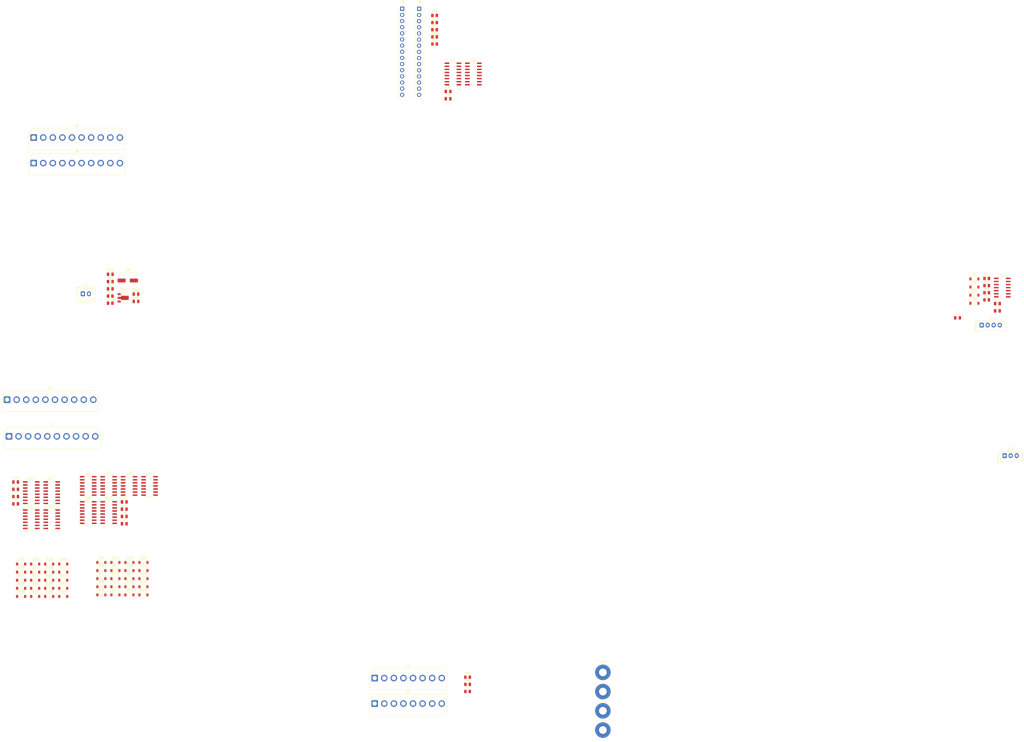
<source format=kicad_pcb>
(kicad_pcb (version 20240108) (generator "pcbnew") (generator_version "8.0")
  (layers (0 "F.Cu" signal) (31 "B.Cu" signal) (34 "B.Paste" user) (35 "F.Paste" user) (36 "B.SilkS" user "B.Silkscreen") (37 "F.SilkS" user "F.Silkscreen") (38 "B.Mask" user) (39 "F.Mask" user) (44 "Edge.Cuts" user))
  (net 0 "")
  (net 1 "GND")
  (net 2 "Net-(C1-Pad1)")
  (net 3 "Net-(C2-Pad1)")
  (net 4 "+5V")
  (net 5 "/Lane1")
  (net 6 "/Lane2")
  (net 7 "/Digit Demux Right/Time2_Thousandths")
  (net 8 "/Digit Demux Right/Time2_Hundredths")
  (net 9 "/Digit Demux Right/Time2_Tenths")
  (net 10 "/Digit Demux Right/Time2_Ones")
  (net 11 "/Digit Demux Right/Time2_Tens")
  (net 12 "/React2_Thousandths")
  (net 13 "/React2_Hundredths")
  (net 14 "/React2_Tenths")
  (net 15 "/React2_Ones")
  (net 16 "/React2_Tens")
  (net 17 "/LCD Left Latching/Time1_Thousandths")
  (net 18 "/LCD Left Latching/Time1_Hundredths")
  (net 19 "/LCD Left Latching/Time1_Tenths")
  (net 20 "/LCD Left Latching/Time1_Ones")
  (net 21 "/LCD Left Latching/Time1_Tens")
  (net 22 "/LCD Left Latching/React1_Thousandths")
  (net 23 "/LCD Left Latching/React1_Hundredths")
  (net 24 "/LCD Left Latching/React1_Tenths")
  (net 25 "/LCD Left Latching/React1_Ones")
  (net 26 "/LCD Left Latching/React1_Tens")
  (net 27 "+12V")
  (net 28 "LCD_E")
  (net 29 "LCD_R{slash}NW")
  (net 32 "Net-(J2-Pin_3)")
  (net 33 "LCD_RS{slash}CS")
  (net 35 "Net-(J3-Pin_7)")
  (net 36 "AD1")
  (net 37 "AD2")
  (net 38 "AD3")
  (net 39 "AD0")
  (net 41 "Time2_Decimal_Point")
  (net 42 "/Time1_Tenths")
  (net 43 "Time1_Decimal_Point")
  (net 44 "/Time1_Thousandths")
  (net 45 "/Time1_Hundredths")
  (net 46 "/Time1_Ones")
  (net 47 "/Time1_Tens")
  (net 48 "/React1_Tenths")
  (net 49 "/React1_Tens")
  (net 50 "/React1_Thousandths")
  (net 51 "/React1_Hundredths")
  (net 52 "/React1_Ones")
  (net 53 "React1_Decimal_Point")
  (net 54 "React2_Decimal_Point")
  (net 55 "/AREF")
  (net 56 "/A2")
  (net 57 "/+5VDC")
  (net 58 "/A3")
  (net 59 "/A4{slash}SDA")
  (net 60 "Clock2")
  (net 61 "/D13{slash}SCK")
  (net 62 "/+3.3VDC")
  (net 63 "Latch2")
  (net 64 "/~{RESET}")
  (net 65 "/A0")
  (net 66 "Ser2")
  (net 67 "/A1")
  (net 68 "/*D3")
  (net 69 "/D2")
  (net 70 "/*D10{slash}SS")
  (net 71 "Ser1")
  (net 72 "/*D11{slash}MOSI")
  (net 73 "/D7")
  (net 74 "Clock1")
  (net 75 "/D12{slash}MISO")
  (net 76 "/D0{slash}RX")
  (net 77 "/*D9")
  (net 78 "/D1{slash}TX")
  (net 79 "Latch1")
  (net 80 "/D8")
  (net 81 "/FinishSensors/Lane1_FinishLine")
  (net 82 "/FinishSensors/Lane2_FinishLine")
  (net 84 "BCD_React")
  (net 85 "BCD_Lane1")
  (net 86 "BCD_Time")
  (net 87 "BCD_Lane2")
  (net 92 "/IO Expander/Data1")
  (net 93 "BCD_MuxA")
  (net 95 "BCD_MuxC")
  (net 96 "BCD_MuxB")
  (net 98 "Net-(U16-~{Y1})")
  (net 99 "Net-(U16-~{Y0})")
  (net 101 "Net-(U16-~{Y4})")
  (net 102 "Net-(U16-~{Y3})")
  (net 103 "Net-(U16-~{Y2})")
  (net 105 "Net-(U8-~{Y2})")
  (net 106 "Net-(U8-~{Y1})")
  (net 110 "Net-(U8-~{Y0})")
  (net 111 "Net-(U8-~{Y3})")
  (net 112 "Net-(U8-~{Y4})")
  (net 113 "/Digit Demux Left/React1_Ones")
  (net 114 "/Digit Demux Left/React1_Hundredths")
  (net 115 "/Digit Demux Left/React1_Tenths")
  (net 116 "/Digit Demux Left/React1_Thousandths")
  (net 117 "/Digit Demux Left/React1_Tens")
  (net 118 "Net-(U17-~{Y0})")
  (net 119 "Net-(U17-~{Y4})")
  (net 120 "Net-(U17-~{Y1})")
  (net 121 "Net-(U17-~{Y3})")
  (net 122 "Net-(U17-~{Y2})")
  (net 123 "Net-(U12-~{Y2})")
  (net 124 "Net-(U12-~{Y4})")
  (net 126 "Net-(U12-~{Y0})")
  (net 129 "Net-(U12-~{Y3})")
  (net 130 "Net-(U12-~{Y1})")
  (net 131 "/Digit Demux Left/Time1_Tenths")
  (net 132 "/Digit Demux Left/Time1_Ones")
  (net 133 "/Digit Demux Left/Time1_Thousandths")
  (net 134 "/Digit Demux Left/Time1_Tens")
  (net 136 "/Digit Demux Left/Time1_Hundredths")
  (net 144 "Net-(D45-A)")
  (net 145 "Net-(D46-A)")
  (footprint "Diode_SMD:D_SOD-123" (layer "F.Cu") (at -49.735 183.7)
    (property "Reference" "D8" (at 0 -2 0) (layer "F.SilkS"))
    (property "Value" "1N4148W")
    (pad "1" smd roundrect (at -1.65 0) (size 0.9 1.2) (layers "F.Cu" "F.Paste" "F.Mask") (net 4 "+5V"))
    (pad "2" smd roundrect (at 1.65 0) (size 0.9 1.2) (layers "F.Cu" "F.Paste" "F.Mask") (net 10 "/Digit Demux Right/Time2_Ones"))
  )
  (footprint "Resistor_SMD:R_0805_2012Metric" (layer "F.Cu") (at -46.07 63.49)
    (property "Reference" "R9" (at 0 -1.65 0) (layer "F.SilkS"))
    (property "Value" "560")
    (pad "1" smd roundrect (at -0.9125 0) (size 1.025 1.4) (layers "F.Cu" "F.Paste" "F.Mask") (roundrect_rratio 0.243902) (net 144 "Net-(D45-A)"))
    (pad "2" smd roundrect (at 0.9125 0) (size 1.025 1.4) (layers "F.Cu" "F.Paste" "F.Mask") (roundrect_rratio 0.243902) (net 27 "+12V"))
  )
  (footprint "Resistor_SMD:R_0805_2012Metric" (layer "F.Cu") (at 101.5875 224.05)
    (property "Reference" "R6" (at 0 -1.65 0) (layer "F.SilkS"))
    (property "Value" "12k")
    (pad "1" smd roundrect (at -0.9125 0) (size 1.025 1.4) (layers "F.Cu" "F.Paste" "F.Mask") (roundrect_rratio 0.243902) (net 32 "Net-(J2-Pin_3)"))
    (pad "2" smd roundrect (at 0.9125 0) (size 1.025 1.4) (layers "F.Cu" "F.Paste" "F.Mask") (roundrect_rratio 0.243902) (net 4 "+5V"))
  )
  (footprint "Diode_SMD:D_SOD-123" (layer "F.Cu") (at -71.29 181)
    (property "Reference" "D37" (at 0 -2 0) (layer "F.SilkS"))
    (property "Value" "1N4148W")
    (pad "1" smd roundrect (at -1.65 0) (size 0.9 1.2) (layers "F.Cu" "F.Paste" "F.Mask") (net 4 "+5V"))
    (pad "2" smd roundrect (at 1.65 0) (size 0.9 1.2) (layers "F.Cu" "F.Paste" "F.Mask") (net 24 "/LCD Left Latching/React1_Tenths"))
  )
  (footprint "Package_SO:SOIC-16_3.9x9.9mm_P1.27mm" (layer "F.Cu") (at -78.71 144.785)
    (property "Reference" "U16" (at 0 -5.9 0) (layer "F.SilkS"))
    (property "Value" "74HC137")
    (pad "1" smd roundrect (at -2.475 -4.445) (size 1.95 0.6) (layers "F.Cu" "F.Paste" "F.Mask") (net 93 "BCD_MuxA"))
    (pad "2" smd roundrect (at -2.475 -3.175) (size 1.95 0.6) (layers "F.Cu" "F.Paste" "F.Mask") (net 96 "BCD_MuxB"))
    (pad "3" smd roundrect (at -2.475 -1.905) (size 1.95 0.6) (layers "F.Cu" "F.Paste" "F.Mask") (net 95 "BCD_MuxC"))
    (pad "4" smd roundrect (at -2.475 -0.635) (size 1.95 0.6) (layers "F.Cu" "F.Paste" "F.Mask") (net 1 "GND"))
    (pad "5" smd roundrect (at -2.475 0.635) (size 1.95 0.6) (layers "F.Cu" "F.Paste" "F.Mask") (net 87 "BCD_Lane2"))
    (pad "6" smd roundrect (at -2.475 1.905) (size 1.95 0.6) (layers "F.Cu" "F.Paste" "F.Mask") (net 86 "BCD_Time"))
    (pad "7" smd roundrect (at -2.475 3.175) (size 1.95 0.6) (layers "F.Cu" "F.Paste" "F.Mask"))
    (pad "8" smd roundrect (at -2.475 4.445) (size 1.95 0.6) (layers "F.Cu" "F.Paste" "F.Mask") (net 1 "GND"))
    (pad "9" smd roundrect (at 2.475 4.445) (size 1.95 0.6) (layers "F.Cu" "F.Paste" "F.Mask"))
    (pad "10" smd roundrect (at 2.475 3.175) (size 1.95 0.6) (layers "F.Cu" "F.Paste" "F.Mask"))
    (pad "11" smd roundrect (at 2.475 1.905) (size 1.95 0.6) (layers "F.Cu" "F.Paste" "F.Mask") (net 101 "Net-(U16-~{Y4})"))
    (pad "12" smd roundrect (at 2.475 0.635) (size 1.95 0.6) (layers "F.Cu" "F.Paste" "F.Mask") (net 102 "Net-(U16-~{Y3})"))
    (pad "13" smd roundrect (at 2.475 -0.635) (size 1.95 0.6) (layers "F.Cu" "F.Paste" "F.Mask") (net 103 "Net-(U16-~{Y2})"))
    (pad "14" smd roundrect (at 2.475 -1.905) (size 1.95 0.6) (layers "F.Cu" "F.Paste" "F.Mask") (net 98 "Net-(U16-~{Y1})"))
    (pad "15" smd roundrect (at 2.475 -3.175) (size 1.95 0.6) (layers "F.Cu" "F.Paste" "F.Mask") (net 99 "Net-(U16-~{Y0})"))
    (pad "16" smd roundrect (at 2.475 -4.445) (size 1.95 0.6) (layers "F.Cu" "F.Paste" "F.Mask") (net 4 "+5V"))
  )
  (footprint "Connector_JST:JST_VH_B8P-VH-B_1x08_P3.96mm_Vertical" (layer "F.Cu") (at 63.2 232)
    (property "Reference" "J3" (at 13.86 -4.9 0) (layer "F.SilkS"))
    (property "Value" "LCD_Bottom_Half")
    (pad "1" thru_hole roundrect (at 0 0) (size 2.7 2.7) (drill 1.7) (layers "*.Cu" "*.Mask") (roundrect_rratio 0.092593))
    (pad "2" thru_hole circle (at 3.96 0) (size 2.7 2.7) (drill 1.7) (layers "*.Cu" "*.Mask"))
    (pad "3" thru_hole circle (at 7.92 0) (size 2.7 2.7) (drill 1.7) (layers "*.Cu" "*.Mask") (net 39 "AD0"))
    (pad "4" thru_hole circle (at 11.88 0) (size 2.7 2.7) (drill 1.7) (layers "*.Cu" "*.Mask") (net 36 "AD1"))
    (pad "5" thru_hole circle (at 15.84 0) (size 2.7 2.7) (drill 1.7) (layers "*.Cu" "*.Mask") (net 37 "AD2"))
    (pad "6" thru_hole circle (at 19.8 0) (size 2.7 2.7) (drill 1.7) (layers "*.Cu" "*.Mask") (net 38 "AD3"))
    (pad "7" thru_hole circle (at 23.76 0) (size 2.7 2.7) (drill 1.7) (layers "*.Cu" "*.Mask") (net 35 "Net-(J3-Pin_7)"))
    (pad "8" thru_hole circle (at 27.72 0) (size 2.7 2.7) (drill 1.7) (layers "*.Cu" "*.Mask") (net 1 "GND"))
  )
  (footprint "Diode_SMD:D_SOD-123" (layer "F.Cu") (at -77.085 187.7)
    (property "Reference" "D34" (at 0 -2 0) (layer "F.SilkS"))
    (property "Value" "1N4148W")
    (pad "1" smd roundrect (at -1.65 0) (size 0.9 1.2) (layers "F.Cu" "F.Paste" "F.Mask") (net 21 "/LCD Left Latching/Time1_Tens"))
    (pad "2" smd roundrect (at 1.65 0) (size 0.9 1.2) (layers "F.Cu" "F.Paste" "F.Mask") (net 1 "GND"))
  )
  (footprint "LED_SMD:LED_0805_2012Metric" (layer "F.Cu") (at -35.43 62.655)
    (property "Reference" "D45" (at 0 -1.65 0) (layer "F.SilkS"))
    (property "Value" "Green")
    (pad "1" smd roundrect (at -0.9375 0) (size 0.975 1.4) (layers "F.Cu" "F.Paste" "F.Mask") (net 1 "GND"))
    (pad "2" smd roundrect (at 0.9375 0) (size 0.975 1.4) (layers "F.Cu" "F.Paste" "F.Mask") (net 144 "Net-(D45-A)"))
  )
  (footprint "Resistor_SMD:R_0805_2012Metric" (layer "F.Cu") (at 316.095 62.115)
    (property "Reference" "R3" (at 0 -1.65 0) (layer "F.SilkS"))
    (property "Value" "1k")
    (pad "1" smd roundrect (at -0.9125 0) (size 1.025 1.4) (layers "F.Cu" "F.Paste" "F.Mask") (roundrect_rratio 0.243902) (net 6 "/Lane2"))
    (pad "2" smd roundrect (at 0.9125 0) (size 1.025 1.4) (layers "F.Cu" "F.Paste" "F.Mask") (roundrect_rratio 0.243902) (net 4 "+5V"))
  )
  (footprint "Connector_JST:JST_VH_B10P-VH-B_1x10_P3.96mm_Vertical" (layer "F.Cu") (at -87.915 121.5)
    (property "Reference" "J7" (at 17.82 -4.9 0) (layer "F.SilkS"))
    (property "Value" "React2")
    (pad "1" thru_hole roundrect (at 0 0) (size 2.7 2.7) (drill 1.7) (layers "*.Cu" "*.Mask") (roundrect_rratio 0.092593) (net 39 "AD0"))
    (pad "2" thru_hole circle (at 3.96 0) (size 2.7 2.7) (drill 1.7) (layers "*.Cu" "*.Mask") (net 38 "AD3"))
    (pad "3" thru_hole circle (at 7.92 0) (size 2.7 2.7) (drill 1.7) (layers "*.Cu" "*.Mask") (net 36 "AD1"))
    (pad "4" thru_hole circle (at 11.88 0) (size 2.7 2.7) (drill 1.7) (layers "*.Cu" "*.Mask") (net 37 "AD2"))
    (pad "5" thru_hole circle (at 15.84 0) (size 2.7 2.7) (drill 1.7) (layers "*.Cu" "*.Mask") (net 54 "React2_Decimal_Point"))
    (pad "6" thru_hole circle (at 19.8 0) (size 2.7 2.7) (drill 1.7) (layers "*.Cu" "*.Mask") (net 16 "/React2_Tens"))
    (pad "7" thru_hole circle (at 23.76 0) (size 2.7 2.7) (drill 1.7) (layers "*.Cu" "*.Mask") (net 15 "/React2_Ones"))
    (pad "8" thru_hole circle (at 27.72 0) (size 2.7 2.7) (drill 1.7) (layers "*.Cu" "*.Mask") (net 14 "/React2_Tenths"))
    (pad "9" thru_hole circle (at 31.68 0) (size 2.7 2.7) (drill 1.7) (layers "*.Cu" "*.Mask") (net 13 "/React2_Hundredths"))
    (pad "10" thru_hole circle (at 35.64 0) (size 2.7 2.7) (drill 1.7) (layers "*.Cu" "*.Mask") (net 12 "/React2_Thousandths"))
  )
  (footprint "Diode_SMD:D_SOD-123" (layer "F.Cu") (at 311.02 59.765)
    (property "Reference" "D2" (at 0 -2 0) (layer "F.SilkS"))
    (property "Value" "1N4148W")
    (pad "1" smd roundrect (at -1.65 0) (size 0.9 1.2) (layers "F.Cu" "F.Paste" "F.Mask") (net 5 "/Lane1"))
    (pad "2" smd roundrect (at 1.65 0) (size 0.9 1.2) (layers "F.Cu" "F.Paste" "F.Mask") (net 1 "GND"))
  )
  (footprint "Diode_SMD:D_SOD-123" (layer "F.Cu") (at -77.085 174.3)
    (property "Reference" "D30" (at 0 -2 0) (layer "F.SilkS"))
    (property "Value" "1N4148W")
    (pad "1" smd roundrect (at -1.65 0) (size 0.9 1.2) (layers "F.Cu" "F.Paste" "F.Mask") (net 17 "/LCD Left Latching/Time1_Thousandths"))
    (pad "2" smd roundrect (at 1.65 0) (size 0.9 1.2) (layers "F.Cu" "F.Paste" "F.Mask") (net 1 "GND"))
  )
  (footprint "Diode_SMD:D_SOD-123" (layer "F.Cu") (at -32.35 180.35)
    (property "Reference" "D22" (at 0 -2 0) (layer "F.SilkS"))
    (property "Value" "1N4148W")
    (pad "1" smd roundrect (at -1.65 0) (size 0.9 1.2) (layers "F.Cu" "F.Paste" "F.Mask") (net 14 "/React2_Tenths"))
    (pad "2" smd roundrect (at 1.65 0) (size 0.9 1.2) (layers "F.Cu" "F.Paste" "F.Mask") (net 1 "GND"))
  )
  (footprint "Diode_SMD:D_SOD-123" (layer "F.Cu") (at -65.495 174.3)
    (property "Reference" "D40" (at 0 -2 0) (layer "F.SilkS"))
    (property "Value" "1N4148W")
    (pad "1" smd roundrect (at -1.65 0) (size 0.9 1.2) (layers "F.Cu" "F.Paste" "F.Mask") (net 22 "/LCD Left Latching/React1_Thousandths"))
    (pad "2" smd roundrect (at 1.65 0) (size 0.9 1.2) (layers "F.Cu" "F.Paste" "F.Mask") (net 1 "GND"))
  )
  (footprint "Package_SO:SOIC-14_3.9x8.7mm_P1.27mm" (layer "F.Cu") (at -46.735 142.005)
    (property "Reference" "U7" (at 0 -5.28 0) (layer "F.SilkS"))
    (property "Value" "7414")
    (pad "1" smd roundrect (at -2.475 -3.81) (size 1.95 0.6) (layers "F.Cu" "F.Paste" "F.Mask") (net 1 "GND"))
    (pad "2" smd roundrect (at -2.475 -2.54) (size 1.95 0.6) (layers "F.Cu" "F.Paste" "F.Mask"))
    (pad "3" smd roundrect (at -2.475 -1.27) (size 1.95 0.6) (layers "F.Cu" "F.Paste" "F.Mask"))
    (pad "4" smd roundrect (at -2.475 0) (size 1.95 0.6) (layers "F.Cu" "F.Paste" "F.Mask"))
    (pad "5" smd roundrect (at -2.475 1.27) (size 1.95 0.6) (layers "F.Cu" "F.Paste" "F.Mask"))
    (pad "6" smd roundrect (at -2.475 2.54) (size 1.95 0.6) (layers "F.Cu" "F.Paste" "F.Mask"))
    (pad "7" smd roundrect (at -2.475 3.81) (size 1.95 0.6) (layers "F.Cu" "F.Paste" "F.Mask") (net 1 "GND"))
    (pad "8" smd roundrect (at 2.475 3.81) (size 1.95 0.6) (layers "F.Cu" "F.Paste" "F.Mask"))
    (pad "9" smd roundrect (at 2.475 2.54) (size 1.95 0.6) (layers "F.Cu" "F.Paste" "F.Mask"))
    (pad "10" smd roundrect (at 2.475 1.27) (size 1.95 0.6) (layers "F.Cu" "F.Paste" "F.Mask"))
    (pad "11" smd roundrect (at 2.475 0) (size 1.95 0.6) (layers "F.Cu" "F.Paste" "F.Mask"))
    (pad "12" smd roundrect (at 2.475 -1.27) (size 1.95 0.6) (layers "F.Cu" "F.Paste" "F.Mask"))
    (pad "13" smd roundrect (at 2.475 -2.54) (size 1.95 0.6) (layers "F.Cu" "F.Paste" "F.Mask"))
    (pad "14" smd roundrect (at 2.475 -3.81) (size 1.95 0.6) (layers "F.Cu" "F.Paste" "F.Mask") (net 4 "+5V"))
  )
  (footprint "Package_SO:SOIC-16_3.9x9.9mm_P1.27mm" (layer "F.Cu") (at 103.975 -28.325)
    (property "Reference" "U3" (at 0 -5.9 0) (layer "F.SilkS"))
    (property "Value" "74HC595")
    (pad "1" smd roundrect (at -2.475 -4.445) (size 1.95 0.6) (layers "F.Cu" "F.Paste" "F.Mask") (net 96 "BCD_MuxB"))
    (pad "2" smd roundrect (at -2.475 -3.175) (size 1.95 0.6) (layers "F.Cu" "F.Paste" "F.Mask") (net 95 "BCD_MuxC"))
    (pad "3" smd roundrect (at -2.475 -1.905) (size 1.95 0.6) (layers "F.Cu" "F.Paste" "F.Mask") (net 86 "BCD_Time"))
    (pad "4" smd roundrect (at -2.475 -0.635) (size 1.95 0.6) (layers "F.Cu" "F.Paste" "F.Mask") (net 85 "BCD_Lane1"))
    (pad "5" smd roundrect (at -2.475 0.635) (size 1.95 0.6) (layers "F.Cu" "F.Paste" "F.Mask"))
    (pad "6" smd roundrect (at -2.475 1.905) (size 1.95 0.6) (layers "F.Cu" "F.Paste" "F.Mask"))
    (pad "7" smd roundrect (at -2.475 3.175) (size 1.95 0.6) (layers "F.Cu" "F.Paste" "F.Mask"))
    (pad "8" smd roundrect (at -2.475 4.445) (size 1.95 0.6) (layers "F.Cu" "F.Paste" "F.Mask") (net 1 "GND"))
    (pad "9" smd roundrect (at 2.475 4.445) (size 1.95 0.6) (layers "F.Cu" "F.Paste" "F.Mask"))
    (pad "10" smd roundrect (at 2.475 3.175) (size 1.95 0.6) (layers "F.Cu" "F.Paste" "F.Mask") (net 4 "+5V"))
    (pad "11" smd roundrect (at 2.475 1.905) (size 1.95 0.6) (layers "F.Cu" "F.Paste" "F.Mask") (net 74 "Clock1"))
    (pad "12" smd roundrect (at 2.475 0.635) (size 1.95 0.6) (layers "F.Cu" "F.Paste" "F.Mask") (net 79 "Latch1"))
    (pad "13" smd roundrect (at 2.475 -0.635) (size 1.95 0.6) (layers "F.Cu" "F.Paste" "F.Mask") (net 1 "GND"))
    (pad "14" smd roundrect (at 2.475 -1.905) (size 1.95 0.6) (layers "F.Cu" "F.Paste" "F.Mask") (net 92 "/IO Expander/Data1"))
    (pad "15" smd roundrect (at 2.475 -3.175) (size 1.95 0.6) (layers "F.Cu" "F.Paste" "F.Mask") (net 93 "BCD_MuxA"))
    (pad "16" smd roundrect (at 2.475 -4.445) (size 1.95 0.6) (layers "F.Cu" "F.Paste" "F.Mask") (net 4 "+5V"))
  )
  (footprint "Package_SO:SOIC-14_3.9x8.7mm_P1.27mm" (layer "F.Cu") (at -38.285 142.005)
    (property "Reference" "U9" (at 0 -5.28 0) (layer "F.SilkS"))
    (property "Value" "7414")
    (pad "1" smd roundrect (at -2.475 -3.81) (size 1.95 0.6) (layers "F.Cu" "F.Paste" "F.Mask"))
    (pad "2" smd roundrect (at -2.475 -2.54) (size 1.95 0.6) (layers "F.Cu" "F.Paste" "F.Mask"))
    (pad "3" smd roundrect (at -2.475 -1.27) (size 1.95 0.6) (layers "F.Cu" "F.Paste" "F.Mask") (net 105 "Net-(U8-~{Y2})"))
    (pad "4" smd roundrect (at -2.475 0) (size 1.95 0.6) (layers "F.Cu" "F.Paste" "F.Mask") (net 115 "/Digit Demux Left/React1_Tenths"))
    (pad "5" smd roundrect (at -2.475 1.27) (size 1.95 0.6) (layers "F.Cu" "F.Paste" "F.Mask") (net 111 "Net-(U8-~{Y3})"))
    (pad "6" smd roundrect (at -2.475 2.54) (size 1.95 0.6) (layers "F.Cu" "F.Paste" "F.Mask") (net 113 "/Digit Demux Left/React1_Ones"))
    (pad "7" smd roundrect (at -2.475 3.81) (size 1.95 0.6) (layers "F.Cu" "F.Paste" "F.Mask") (net 1 "GND"))
    (pad "8" smd roundrect (at 2.475 3.81) (size 1.95 0.6) (layers "F.Cu" "F.Paste" "F.Mask") (net 117 "/Digit Demux Left/React1_Tens"))
    (pad "9" smd roundrect (at 2.475 2.54) (size 1.95 0.6) (layers "F.Cu" "F.Paste" "F.Mask") (net 112 "Net-(U8-~{Y4})"))
    (pad "10" smd roundrect (at 2.475 1.27) (size 1.95 0.6) (layers "F.Cu" "F.Paste" "F.Mask") (net 114 "/Digit Demux Left/React1_Hundredths"))
    (pad "11" smd roundrect (at 2.475 0) (size 1.95 0.6) (layers "F.Cu" "F.Paste" "F.Mask") (net 106 "Net-(U8-~{Y1})"))
    (pad "12" smd roundrect (at 2.475 -1.27) (size 1.95 0.6) (layers "F.Cu" "F.Paste" "F.Mask") (net 116 "/Digit Demux Left/React1_Thousandths"))
    (pad "13" smd roundrect (at 2.475 -2.54) (size 1.95 0.6) (layers "F.Cu" "F.Paste" "F.Mask") (net 110 "Net-(U8-~{Y0})"))
    (pad "14" smd roundrect (at 2.475 -3.81) (size 1.95 0.6) (layers "F.Cu" "F.Paste" "F.Mask") (net 4 "+5V"))
  )
  (footprint "Capacitor_SMD:C_0805_2012Metric" (layer "F.Cu") (at -40.285 148.61)
    (property "Reference" "C4" (at 0 -1.68 0) (layer "F.SilkS"))
    (property "Value" "0.1uF")
    (pad "1" smd roundrect (at -0.95 0) (size 1 1.45) (layers "F.Cu" "F.Paste" "F.Mask") (net 1 "GND"))
    (pad "2" smd roundrect (at 0.95 0) (size 1 1.45) (layers "F.Cu" "F.Paste" "F.Mask") (net 4 "+5V"))
  )
  (footprint "Resistor_SMD:R_0805_2012Metric" (layer "F.Cu") (at 87.9625 -40.74)
    (property "Reference" "R19" (at 0 -1.65 0) (layer "F.SilkS"))
    (property "Value" "100")
    (pad "1" smd roundrect (at -0.9125 0) (size 1.025 1.4) (layers "F.Cu" "F.Paste" "F.Mask") (roundrect_rratio 0.243902) (net 28 "LCD_E"))
    (pad "2" smd roundrect (at 0.9125 0) (size 1.025 1.4) (layers "F.Cu" "F.Paste" "F.Mask") (roundrect_rratio 0.243902) (net 77 "/*D9"))
  )
  (footprint "MountingHole:MountingHole_3.2mm_M3_Pad_TopBottom" (layer "F.Cu") (at 157.5 235)
    (property "Reference" "H3" (at 0 -4.2 0) (layer "F.SilkS"))
    (property "Value" "MountingHole_Pad")
    (pad "1" thru_hole circle (at 0 0) (size 3.6 3.6) (drill 3.2) (layers "*.Cu" "*.Mask") (net 1 "GND"))
    (pad "1" connect circle (at 0 0) (size 6.4 6.4) (layers "F.Cu" "F.Mask") (net 1 "GND"))
    (pad "1" connect circle (at 0 0) (size 6.4 6.4) (layers "B.Cu" "B.Mask") (net 1 "GND"))
  )
  (footprint "Diode_SMD:D_SOD-123" (layer "F.Cu") (at 311.02 56.415)
    (property "Reference" "D1" (at 0 -2 0) (layer "F.SilkS"))
    (property "Value" "1N4148W")
    (pad "1" smd roundrect (at -1.65 0) (size 0.9 1.2) (layers "F.Cu" "F.Paste" "F.Mask") (net 4 "+5V"))
    (pad "2" smd roundrect (at 1.65 0) (size 0.9 1.2) (layers "F.Cu" "F.Paste" "F.Mask") (net 5 "/Lane1"))
  )
  (footprint "Connector_PinSocket_2.54mm:PinSocket_1x15_P2.54mm_Vertical" (layer "F.Cu") (at 74.55 -55.31)
    (property "Reference" "J9" (at 0 -2.77 0) (layer "F.SilkS"))
    (property "Value" "Digital")
    (pad "1" thru_hole rect (at 0 0) (size 1.7 1.7) (drill 1) (layers "*.Cu" "*.Mask") (net 75 "/D12{slash}MISO"))
    (pad "2" thru_hole oval (at 0 2.54) (size 1.7 1.7) (drill 1) (layers "*.Cu" "*.Mask") (net 72 "/*D11{slash}MOSI"))
    (pad "3" thru_hole oval (at 0 5.08) (size 1.7 1.7) (drill 1) (layers "*.Cu" "*.Mask") (net 70 "/*D10{slash}SS"))
    (pad "4" thru_hole oval (at 0 7.62) (size 1.7 1.7) (drill 1) (layers "*.Cu" "*.Mask") (net 77 "/*D9"))
    (pad "5" thru_hole oval (at 0 10.16) (size 1.7 1.7) (drill 1) (layers "*.Cu" "*.Mask") (net 80 "/D8"))
    (pad "6" thru_hole oval (at 0 12.7) (size 1.7 1.7) (drill 1) (layers "*.Cu" "*.Mask") (net 73 "/D7"))
    (pad "7" thru_hole oval (at 0 15.24) (size 1.7 1.7) (drill 1) (layers "*.Cu" "*.Mask") (net 71 "Ser1"))
    (pad "8" thru_hole oval (at 0 17.78) (size 1.7 1.7) (drill 1) (layers "*.Cu" "*.Mask") (net 74 "Clock1"))
    (pad "9" thru_hole oval (at 0 20.32) (size 1.7 1.7) (drill 1) (layers "*.Cu" "*.Mask") (net 79 "Latch1"))
    (pad "10" thru_hole oval (at 0 22.86) (size 1.7 1.7) (drill 1) (layers "*.Cu" "*.Mask") (net 68 "/*D3"))
    (pad "11" thru_hole oval (at 0 25.4) (size 1.7 1.7) (drill 1) (layers "*.Cu" "*.Mask") (net 69 "/D2"))
    (pad "12" thru_hole oval (at 0 27.94) (size 1.7 1.7) (drill 1) (layers "*.Cu" "*.Mask") (net 1 "GND"))
    (pad "13" thru_hole oval (at 0 30.48) (size 1.7 1.7) (drill 1) (layers "*.Cu" "*.Mask") (net 64 "/~{RESET}"))
    (pad "14" thru_hole oval (at 0 33.02) (size 1.7 1.7) (drill 1) (layers "*.Cu" "*.Mask") (net 76 "/D0{slash}RX"))
    (pad "15" thru_hole oval (at 0 35.56) (size 1.7 1.7) (drill 1) (layers "*.Cu" "*.Mask") (net 78 "/D1{slash}TX"))
  )
  (footprint "Capacitor_SMD:C_0805_2012Metric" (layer "F.Cu") (at -46.05 57.5)
    (property "Reference" "C11" (at 0 -1.68 0) (layer "F.SilkS"))
    (property "Value" "10uF")
    (pad "1" smd roundrect (at -0.95 0) (size 1 1.45) (layers "F.Cu" "F.Paste" "F.Mask") (net 4 "+5V"))
    (pad "2" smd roundrect (at 0.95 0) (size 1 1.45) (layers "F.Cu" "F.Paste" "F.Mask") (net 1 "GND"))
  )
  (footprint "Diode_SMD:D_SOD-123" (layer "F.Cu") (at -71.29 184.35)
    (property "Reference" "D38" (at 0 -2 0) (layer "F.SilkS"))
    (property "Value" "1N4148W")
    (pad "1" smd roundrect (at -1.65 0) (size 0.9 1.2) (layers "F.Cu" "F.Paste" "F.Mask") (net 4 "+5V"))
    (pad "2" smd roundrect (at 1.65 0) (size 0.9 1.2) (layers "F.Cu" "F.Paste" "F.Mask") (net 25 "/LCD Left Latching/React1_Ones"))
  )
  (footprint "Diode_SMD:D_SOD-123" (layer "F.Cu") (at 311.02 63.115)
    (property "Reference" "D3" (at 0 -2 0) (layer "F.SilkS"))
    (property "Value" "1N4148W")
    (pad "1" smd roundrect (at -1.65 0) (size 0.9 1.2) (layers "F.Cu" "F.Paste" "F.Mask") (net 4 "+5V"))
    (pad "2" smd roundrect (at 1.65 0) (size 0.9 1.2) (layers "F.Cu" "F.Paste" "F.Mask") (net 6 "/Lane2"))
  )
  (footprint "Package_SO:SOIC-16_3.9x9.9mm_P1.27mm" (layer "F.Cu") (at -70.26 144.785)
    (property "Reference" "U17" (at 0 -5.9 0) (layer "F.SilkS"))
    (property "Value" "74HC137")
    (pad "1" smd roundrect (at -2.475 -4.445) (size 1.95 0.6) (layers "F.Cu" "F.Paste" "F.Mask") (net 93 "BCD_MuxA"))
    (pad "2" smd roundrect (at -2.475 -3.175) (size 1.95 0.6) (layers "F.Cu" "F.Paste" "F.Mask") (net 96 "BCD_MuxB"))
    (pad "3" smd roundrect (at -2.475 -1.905) (size 1.95 0.6) (layers "F.Cu" "F.Paste" "F.Mask") (net 95 "BCD_MuxC"))
    (pad "4" smd roundrect (at -2.475 -0.635) (size 1.95 0.6) (layers "F.Cu" "F.Paste" "F.Mask") (net 1 "GND"))
    (pad "5" smd roundrect (at -2.475 0.635) (size 1.95 0.6) (layers "F.Cu" "F.Paste" "F.Mask") (net 87 "BCD_Lane2"))
    (pad "6" smd roundrect (at -2.475 1.905) (size 1.95 0.6) (layers "F.Cu" "F.Paste" "F.Mask") (net 84 "BCD_React"))
    (pad "7" smd roundrect (at -2.475 3.175) (size 1.95 0.6) (layers "F.Cu" "F.Paste" "F.Mask"))
    (pad "8" smd roundrect (at -2.475 4.445) (size 1.95 0.6) (layers "F.Cu" "F.Paste" "F.Mask") (net 1 "GND"))
    (pad "9" smd roundrect (at 2.475 4.445) (size 1.95 0.6) (layers "F.Cu" "F.Paste" "F.Mask"))
    (pad "10" smd roundrect (at 2.475 3.175) (size 1.95 0.6) (layers "F.Cu" "F.Paste" "F.Mask"))
    (pad "11" smd roundrect (at 2.475 1.905) (size 1.95 0.6) (layers "F.Cu" "F.Paste" "F.Mask") (net 119 "Net-(U17-~{Y4})"))
    (pad "12" smd roundrect (at 2.475 0.635) (size 1.95 0.6) (layers "F.Cu" "F.Paste" "F.Mask") (net 121 "Net-(U17-~{Y3})"))
    (pad "13" smd roundrect (at 2.475 -0.635) (size 1.95 0.6) (layers "F.Cu" "F.Paste" "F.Mask") (net 122 "Net-(U17-~{Y2})"))
    (pad "14" smd roundrect (at 2.475 -1.905) (size 1.95 0.6) (layers "F.Cu" "F.Paste" "F.Mask") (net 120 "Net-(U17-~{Y1})"))
    (pad "15" smd roundrect (at 2.475 -3.175) (size 1.95 0.6) (layers "F.Cu" "F.Paste" "F.Mask") (net 118 "Net-(U17-~{Y0})"))
    (pad "16" smd roundrect (at 2.475 -4.445) (size 1.95 0.6) (layers "F.Cu" "F.Paste" "F.Mask") (net 4 "+5V"))
  )
  (footprint "Package_SO:SOIC-16_3.9x9.9mm_P1.27mm" (layer "F.Cu") (at -55.185 153)
    (property "Reference" "U8" (at 0 -5.9 0) (layer "F.SilkS"))
    (property "Value" "74HC137")
    (pad "1" smd roundrect (at -2.475 -4.445) (size 1.95 0.6) (layers "F.Cu" "F.Paste" "F.Mask") (net 93 "BCD_MuxA"))
    (pad "2" smd roundrect (at -2.475 -3.175) (size 1.95 0.6) (layers "F.Cu" "F.Paste" "F.Mask") (net 96 "BCD_MuxB"))
    (pad "3" smd roundrect (at -2.475 -1.905) (size 1.95 0.6) (layers "F.Cu" "F.Paste" "F.Mask") (net 95 "BCD_MuxC"))
    (pad "4" smd roundrect (at -2.475 -0.635) (size 1.95 0.6) (layers "F.Cu" "F.Paste" "F.Mask") (net 1 "GND"))
    (pad "5" smd roundrect (at -2.475 0.635) (size 1.95 0.6) (layers "F.Cu" "F.Paste" "F.Mask") (net 85 "BCD_Lane1"))
    (pad "6" smd roundrect (at -2.475 1.905) (size 1.95 0.6) (layers "F.Cu" "F.Paste" "F.Mask") (net 84 "BCD_React"))
    (pad "7" smd roundrect (at -2.475 3.175) (size 1.95 0.6) (layers "F.Cu" "F.Paste" "F.Mask"))
    (pad "8" smd roundrect (at -2.475 4.445) (size 1.95 0.6) (layers "F.Cu" "F.Paste" "F.Mask") (net 1 "GND"))
    (pad "9" smd roundrect (at 2.475 4.445) (size 1.95 0.6) (layers "F.Cu" "F.Paste" "F.Mask"))
    (pad "10" smd roundrect (at 2.475 3.175) (size 1.95 0.6) (layers "F.Cu" "F.Paste" "F.Mask"))
    (pad "11" smd roundrect (at 2.475 1.905) (size 1.95 0.6) (layers "F.Cu" "F.Paste" "F.Mask") (net 112 "Net-(U8-~{Y4})"))
    (pad "12" smd roundrect (at 2.475 0.635) (size 1.95 0.6) (layers "F.Cu" "F.Paste" "F.Mask") (net 111 "Net-(U8-~{Y3})"))
    (pad "13" smd roundrect (at 2.475 -0.635) (size 1.95 0.6) (layers "F.Cu" "F.Paste" "F.Mask") (net 105 "Net-(U8-~{Y2})"))
    (pad "14" smd roundrect (at 2.475 -1.905) (size 1.95 0.6) (layers "F.Cu" "F.Paste" "F.Mask") (net 106 "Net-(U8-~{Y1})"))
    (pad "15" smd roundrect (at 2.475 -3.175) (size 1.95 0.6) (layers "F.Cu" "F.Paste" "F.Mask") (net 110 "Net-(U8-~{Y0})"))
    (pad "16" smd roundrect (at 2.475 -4.445) (size 1.95 0.6) (layers "F.Cu" "F.Paste" "F.Mask") (net 4 "+5V"))
  )
  (footprint "Connector_JST:JST_VH_B10P-VH-B_1x10_P3.96mm_Vertical" (layer "F.Cu") (at -77.72 -2.05)
    (property "Reference" "J5" (at 17.82 -4.9 0) (layer "F.SilkS"))
    (property "Value" "Time1")
    (pad "1" thru_hole roundrect (at 0 0) (size 2.7 2.7) (drill 1.7) (layers "*.Cu" "*.Mask") (roundrect_rratio 0.092593) (net 39 "AD0"))
    (pad "2" thru_hole circle (at 3.96 0) (size 2.7 2.7) (drill 1.7) (layers "*.Cu" "*.Mask") (net 38 "AD3"))
    (pad "3" thru_hole circle (at 7.92 0) (size 2.7 2.7) (drill 1.7) (layers "*.Cu" "*.Mask") (net 36 "AD1"))
    (pad "4" thru_hole circle (at 11.88 0) (size 2.7 2.7) (drill 1.7) (layers "*.Cu" "*.Mask") (net 37 "AD2"))
    (pad "5" thru_hole circle (at 15.84 0) (size 2.7 2.7) (drill 1.7) (layers "*.Cu" "*.Mask") (net 43 "Time1_Decimal_Point"))
    (pad "6" thru_hole circle (at 19.8 0) (size 2.7 2.7) (drill 1.7) (layers "*.Cu" "*.Mask") (net 47 "/Time1_Tens"))
    (pad "7" thru_hole circle (at 23.76 0) (size 2.7 2.7) (drill 1.7) (layers "*.Cu" "*.Mask") (net 46 "/Time1_Ones"))
    (pad "8" thru_hole circle (at 27.72 0) (size 2.7 2.7) (drill 1.7) (layers "*.Cu" "*.Mask") (net 42 "/Time1_Tenths"))
    (pad "9" thru_hole circle (at 31.68 0) (size 2.7 2.7) (drill 1.7) (layers "*.Cu" "*.Mask") (net 45 "/Time1_Hundredths"))
    (pad "10" thru_hole circle (at 35.64 0) (size 2.7 2.7) (drill 1.7) (layers "*.Cu" "*.Mask") (net 44 "/Time1_Thousandths"))
  )
  (footprint "Diode_SMD:D_SOD-123" (layer "F.Cu") (at -43.94 173.65)
    (property "Reference" "D10" (at 0 -2 0) (layer "F.SilkS"))
    (property "Value" "1N4148W")
    (pad "1" smd roundrect (at -1.65 0) (size 0.9 1.2) (layers "F.Cu" "F.Paste" "F.Mask") (net 7 "/Digit Demux Right/Time2_Thousandths"))
    (pad "2" smd roundrect (at 1.65 0) (size 0.9 1.2) (layers "F.Cu" "F.Paste" "F.Mask") (net 1 "GND"))
  )
  (footprint "Capacitor_SMD:C_0805_2012Metric" (layer "F.Cu") (at -85.16 140.395)
    (property "Reference" "C16" (at 0 -1.68 0) (layer "F.SilkS"))
    (property "Value" "0.1uF")
    (pad "1" smd roundrect (at -0.95 0) (size 1 1.45) (layers "F.Cu" "F.Paste" "F.Mask") (net 1 "GND"))
    (pad "2" smd roundrect (at 0.95 0) (size 1 1.45) (layers "F.Cu" "F.Paste" "F.Mask") (net 4 "+5V"))
  )
  (footprint "Resistor_SMD:R_0805_2012Metric" (layer "F.Cu") (at 101.5875 221.1)
    (property "Reference" "R5" (at 0 -1.65 0) (layer "F.SilkS"))
    (property "Value" "22")
    (pad "1" smd roundrect (at -0.9125 0) (size 1.025 1.4) (layers "F.Cu" "F.Paste" "F.Mask") (roundrect_rratio 0.243902) (net 35 "Net-(J3-Pin_7)"))
    (pad "2" smd roundrect (at 0.9125 0) (size 1.025 1.4) (layers "F.Cu" "F.Paste" "F.Mask") (roundrect_rratio 0.243902) (net 4 "+5V"))
  )
  (footprint "Connector_JST:JST_VH_B10P-VH-B_1x10_P3.96mm_Vertical" (layer "F.Cu") (at -77.72 8.5)
    (property "Reference" "J6" (at 17.82 -4.9 0) (layer "F.SilkS"))
    (property "Value" "React1")
    (pad "1" thru_hole roundrect (at 0 0) (size 2.7 2.7) (drill 1.7) (layers "*.Cu" "*.Mask") (roundrect_rratio 0.092593) (net 39 "AD0"))
    (pad "2" thru_hole circle (at 3.96 0) (size 2.7 2.7) (drill 1.7) (layers "*.Cu" "*.Mask") (net 38 "AD3"))
    (pad "3" thru_hole circle (at 7.92 0) (size 2.7 2.7) (drill 1.7) (layers "*.Cu" "*.Mask") (net 36 "AD1"))
    (pad "4" thru_hole circle (at 11.88 0) (size 2.7 2.7) (drill 1.7) (layers "*.Cu" "*.Mask") (net 37 "AD2"))
    (pad "5" thru_hole circle (at 15.84 0) (size 2.7 2.7) (drill 1.7) (layers "*.Cu" "*.Mask") (net 53 "React1_Decimal_Point"))
    (pad "6" thru_hole circle (at 19.8 0) (size 2.7 2.7) (drill 1.7) (layers "*.Cu" "*.Mask") (net 49 "/React1_Tens"))
    (pad "7" thru_hole circle (at 23.76 0) (size 2.7 2.7) (drill 1.7) (layers "*.Cu" "*.Mask") (net 52 "/React1_Ones"))
    (pad "8" thru_hole circle (at 27.72 0) (size 2.7 2.7) (drill 1.7) (layers "*.Cu" "*.Mask") (net 48 "/React1_Tenths"))
    (pad "9" thru_hole circle (at 31.68 0) (size 2.7 2.7) (drill 1.7) (layers "*.Cu" "*.Mask") (net 51 "/React1_Hundredths"))
    (pad "10" thru_hole circle (at 35.64 0) (size 2.7 2.7) (drill 1.7) (layers "*.Cu" "*.Mask") (net 50 "/React1_Thousandths"))
  )
  (footprint "Diode_SMD:D_SOD-123" (layer "F.Cu") (at -77.085 177.65)
    (property "Reference" "D31" (at 0 -2 0) (layer "F.SilkS"))
    (property "Value" "1N4148W")
    (pad "1" smd roundrect (at -1.65 0) (size 0.9 1.2) (layers "F.Cu" "F.Paste" "F.Mask") (net 18 "/LCD Left Latching/Time1_Hundredths"))
    (pad "2" smd roundrect (at 1.65 0) (size 0.9 1.2) (layers "F.Cu" "F.Paste" "F.Mask") (net 1 "GND"))
  )
  (footprint "Package_SO:SOIC-14_3.9x8.7mm_P1.27mm" (layer "F.Cu") (at -29.835 142.005)
    (property "Reference" "U14" (at 0 -5.28 0) (layer "F.SilkS"))
    (property "Value" "7414")
    (pad "1" smd roundrect (at -2.475 -3.81) (size 1.95 0.6) (layers "F.Cu" "F.Paste" "F.Mask") (net 1 "GND"))
    (pad "2" smd roundrect (at -2.475 -2.54) (size 1.95 0.6) (layers "F.Cu" "F.Paste" "F.Mask"))
    (pad "3" smd roundrect (at -2.475 -1.27) (size 1.95 0.6) (layers "F.Cu" "F.Paste" "F.Mask") (net 123 "Net-(U12-~{Y2})"))
    (pad "4" smd roundrect (at -2.475 0) (size 1.95 0.6) (layers "F.Cu" "F.Paste" "F.Mask") (net 131 "/Digit Demux Left/Time1_Tenths"))
    (pad "5" smd roundrect (at -2.475 1.27) (size 1.95 0.6) (layers "F.Cu" "F.Paste" "F.Mask") (net 129 "Net-(U12-~{Y3})"))
    (pad "6" smd roundrect (at -2.475 2.54) (size 1.95 0.6) (layers "F.Cu" "F.Paste" "F.Mask") (net 132 "/Digit Demux Left/Time1_Ones"))
    (pad "7" smd roundrect (at -2.475 3.81) (size 1.95 0.6) (layers "F.Cu" "F.Paste" "F.Mask") (net 1 "GND"))
    (pad "8" smd roundrect (at 2.475 3.81) (size 1.95 0.6) (layers "F.Cu" "F.Paste" "F.Mask") (net 134 "/Digit Demux Left/Time1_Tens"))
    (pad "9" smd roundrect (at 2.475 2.54) (size 1.95 0.6) (layers "F.Cu" "F.Paste" "F.Mask") (net 124 "Net-(U12-~{Y4})"))
    (pad "10" smd roundrect (at 2.475 1.27) (size 1.95 0.6) (layers "F.Cu" "F.Paste" "F.Mask") (net 136 "/Digit Demux Left/Time1_Hundredths"))
    (pad "11" smd roundrect (at 2.475 0) (size 1.95 0.6) (layers "F.Cu" "F.Paste" "F.Mask") (net 130 "Net-(U12-~{Y1})"))
    (pad "12" smd roundrect (at 2.475 -1.27) (size 1.95 0.6) (layers "F.Cu" "F.Paste" "F.Mask") (net 133 "/Digit Demux Left/Time1_Thousandths"))
    (pad "13" smd roundrect (at 2.475 -2.54) (size 1.95 0.6) (layers "F.Cu" "F.Paste" "F.Mask") (net 126 "Net-(U12-~{Y0})"))
    (pad "14" smd roundrect (at 2.475 -3.81) (size 1.95 0.6) (layers "F.Cu" "F.Paste" "F.Mask") (net 4 "+5V"))
  )
  (footprint "Package_SO:SOIC-14_3.9x8.7mm_P1.27mm" (layer "F.Cu") (at 322.525 60)
    (property "Reference" "U2" (at 0 -5.28 0) (layer "F.SilkS"))
    (property "Value" "7414")
    (pad "1" smd roundrect (at -2.475 -3.81) (size 1.95 0.6) (layers "F.Cu" "F.Paste" "F.Mask") (net 2 "Net-(C1-Pad1)"))
    (pad "2" smd roundrect (at -2.475 -2.54) (size 1.95 0.6) (layers "F.Cu" "F.Paste" "F.Mask") (net 81 "/FinishSensors/Lane1_FinishLine"))
    (pad "3" smd roundrect (at -2.475 -1.27) (size 1.95 0.6) (layers "F.Cu" "F.Paste" "F.Mask") (net 3 "Net-(C2-Pad1)"))
    (pad "4" smd roundrect (at -2.475 0) (size 1.95 0.6) (layers "F.Cu" "F.Paste" "F.Mask") (net 82 "/FinishSensors/Lane2_FinishLine"))
    (pad "5" smd roundrect (at -2.475 1.27) (size 1.95 0.6) (layers "F.Cu" "F.Paste" "F.Mask") (net 86 "BCD_Time"))
    (pad "6" smd roundrect (at -2.475 2.54) (size 1.95 0.6) (layers "F.Cu" "F.Paste" "F.Mask") (net 84 "BCD_React"))
    (pad "7" smd roundrect (at -2.475 3.81) (size 1.95 0.6) (layers "F.Cu" "F.Paste" "F.Mask") (net 1 "GND"))
    (pad "8" smd roundrect (at 2.475 3.81) (size 1.95 0.6) (layers "F.Cu" "F.Paste" "F.Mask") (net 87 "BCD_Lane2"))
    (pad "9" smd roundrect (at 2.475 2.54) (size 1.95 0.6) (layers "F.Cu" "F.Paste" "F.Mask") (net 85 "BCD_Lane1"))
    (pad "10" smd roundrect (at 2.475 1.27) (size 1.95 0.6) (layers "F.Cu" "F.Paste" "F.Mask"))
    (pad "11" smd roundrect (at 2.475 0) (size 1.95 0.6) (layers "F.Cu" "F.Paste" "F.Mask") (net 1 "GND"))
    (pad "12" smd roundrect (at 2.475 -1.27) (size 1.95 0.6) (layers "F.Cu" "F.Paste" "F.Mask"))
    (pad "13" smd roundrect (at 2.475 -2.54) (size 1.95 0.6) (layers "F.Cu" "F.Paste" "F.Mask") (net 1 "GND"))
    (pad "14" smd roundrect (at 2.475 -3.81) (size 1.95 0.6) (layers "F.Cu" "F.Paste" "F.Mask") (net 4 "+5V"))
  )
  (footprint "Resistor_SMD:R_0805_2012Metric" (layer "F.Cu") (at 316.095 59.165)
    (property "Reference" "R2" (at 0 -1.65 0) (layer "F.SilkS"))
    (property "Value" "1k")
    (pad "1" smd roundrect (at -0.9125 0) (size 1.025 1.4) (layers "F.Cu" "F.Paste" "F.Mask") (roundrect_rratio 0.243902) (net 5 "/Lane1"))
    (pad "2" smd roundrect (at 0.9125 0) (size 1.025 1.4) (layers "F.Cu" "F.Paste" "F.Mask") (roundrect_rratio 0.243902) (net 4 "+5V"))
  )
  (footprint "Capacitor_SMD:C_0805_2012Metric" (layer "F.Cu") (at -46.05 54.49)
    (property "Reference" "C10" (at 0 -1.68 0) (layer "F.SilkS"))
    (property "Value" "10nF")
    (pad "1" smd roundrect (at -0.95 0) (size 1 1.45) (layers "F.Cu" "F.Paste" "F.Mask") (net 27 "+12V"))
    (pad "2" smd roundrect (at 0.95 0) (size 1 1.45) (layers "F.Cu" "F.Paste" "F.Mask") (net 1 "GND"))
  )
  (footprint "Diode_SMD:D_SOD-123" (layer "F.Cu") (at -49.735 177)
    (property "Reference" "D6" (at 0 -2 0) (layer "F.SilkS"))
    (property "Value" "1N4148W")
    (pad "1" smd roundrect (at -1.65 0) (size 0.9 1.2) (layers "F.Cu" "F.Paste" "F.Mask") (net 4 "+5V"))
    (pad "2" smd roundrect (at 1.65 0) (size 0.9 1.2) (layers "F.Cu" "F.Paste" "F.Mask") (net 8 "/Digit Demux Right/Time2_Hundredths"))
  )
  (footprint "Diode_SMD:D_SOD-123" (layer "F.Cu") (at -71.29 174.3)
    (property "Reference" "D35" (at 0 -2 0) (layer "F.SilkS"))
    (property "Value" "1N4148W")
    (pad "1" smd roundrect (at -1.65 0) (size 0.9 1.2) (layers "F.Cu" "F.Paste" "F.Mask") (net 4 "+5V"))
    (pad "2" smd roundrect (at 1.65 0) (size 0.9 1.2) (layers "F.Cu" "F.Paste" "F.Mask") (net 22 "/LCD Left Latching/React1_Thousandths"))
  )
  (footprint "Diode_SMD:D_SOD-123" (layer "F.Cu") (at 311.02 66.465)
    (property "Reference" "D4" (at 0 -2 0) (layer "F.SilkS"))
    (property "Value" "1N4148W")
    (pad "1" smd roundrect (at -1.65 0) (size 0.9 1.2) (layers "F.Cu" "F.Paste" "F.Mask") (net 6 "/Lane2"))
    (pad "2" smd roundrect (at 1.65 0) (size 0.9 1.2) (layers "F.Cu" "F.Paste" "F.Mask") (net 1 "GND"))
  )
  (footprint "Connector_JST:JST_EH_B4B-EH-A_1x04_P2.50mm_Vertical" (layer "F.Cu") (at 314 75.5)
    (property "Reference" "J1" (at 3.75 -2.8 0) (layer "F.SilkS"))
    (property "Value" "Conn_01x04")
    (pad "1" thru_hole roundrect (at 0 0) (size 1.7 1.95) (drill 0.95) (layers "*.Cu" "*.Mask") (roundrect_rratio 0.147059) (net 27 "+12V"))
    (pad "2" thru_hole oval (at 2.5 0) (size 1.7 1.95) (drill 0.95) (layers "*.Cu" "*.Mask") (net 5 "/Lane1"))
    (pad "3" thru_hole oval (at 5 0) (size 1.7 1.95) (drill 0.95) (layers "*.Cu" "*.Mask") (net 6 "/Lane2"))
    (pad "4" thru_hole oval (at 7.5 0) (size 1.7 1.95) (drill 0.95) (layers "*.Cu" "*.Mask") (net 1 "GND"))
  )
  (footprint "Diode_SMD:D_SOD-123" (layer "F.Cu") (at -65.495 181)
    (property "Reference" "D42" (at 0 -2 0) (layer "F.SilkS"))
    (property "Value" "1N4148W")
    (pad "1" smd roundrect (at -1.65 0) (size 0.9 1.2) (layers "F.Cu" "F.Paste" "F.Mask") (net 24 "/LCD Left Latching/React1_Tenths"))
    (pad "2" smd roundrect (at 1.65 0) (size 0.9 1.2) (layers "F.Cu" "F.Paste" "F.Mask") (net 1 "GND"))
  )
  (footprint "Resistor_SMD:R_0805_2012Metric" (layer "F.Cu") (at 87.9625 -49.59)
    (property "Reference" "R12" (at 0 -1.65 0) (layer "F.SilkS"))
    (property "Value" "100")
    (pad "1" smd roundrect (at -0.9125 0) (size 1.025 1.4) (layers "F.Cu" "F.Paste" "F.Mask") (roundrect_rratio 0.243902) (net 67 "/A1"))
    (pad "2" smd roundrect (at 0.9125 0) (size 1.025 1.4) (layers "F.Cu" "F.Paste" "F.Mask") (roundrect_rratio 0.243902) (net 81 "/FinishSensors/Lane1_FinishLine"))
  )
  (footprint "Diode_SMD:D_SOD-123" (layer "F.Cu") (at -77.085 184.35)
    (property "Reference" "D33" (at 0 -2 0) (layer "F.SilkS"))
    (property "Value" "1N4148W")
    (pad "1" smd roundrect (at -1.65 0) (size 0.9 1.2) (layers "F.Cu" "F.Paste" "F.Mask") (net 20 "/LCD Left Latching/Time1_Ones"))
    (pad "2" smd roundrect (at 1.65 0) (size 0.9 1.2) (layers "F.Cu" "F.Paste" "F.Mask") (net 1 "GND"))
  )
  (footprint "Diode_SMD:D_SOD-123" (layer "F.Cu") (at -71.29 177.65)
    (property "Reference" "D36" (at 0 -2 0) (layer "F.SilkS"))
    (property "Value" "1N4148W")
    (pad "1" smd roundrect (at -1.65 0) (size 0.9 1.2) (layers "F.Cu" "F.Paste" "F.Mask") (net 4 "+5V"))
    (pad "2" smd roundrect (at 1.65 0) (size 0.9 1.2) (layers "F.Cu" "F.Paste" "F.Mask") (net 23 "/LCD Left Latching/React1_Hundredths"))
  )
  (footprint "Resistor_SMD:R_0805_2012Metric" (layer "F.Cu") (at 101.5875 227)
    (property "Reference" "R7" (at 0 -1.65 0) (layer "F.SilkS"))
    (property "Value" "1k")
    (pad "1" smd roundrect (at -0.9125 0) (size 1.025 1.4) (layers "F.Cu" "F.Paste" "F.Mask") (roundrect_rratio 0.243902) (net 1 "GND"))
    (pad "2" smd roundrect (at 0.9125 0) (size 1.025 1.4) (layers "F.Cu" "F.Paste" "F.Mask") (roundrect_rratio 0.243902) (net 32 "Net-(J2-Pin_3)"))
  )
  (footprint "Capacitor_SMD:C_Elec_6.3x7.7" (layer "F.Cu") (at -38.85 57.06)
    (property "Reference" "C9" (at 0 -4.35 0) (layer "F.SilkS"))
    (property "Value" "33uF")
    (pad "1" smd roundrect (at -2.5375 0) (size 3.325 1.6) (layers "F.Cu" "F.Paste" "F.Mask") (roundrect_rratio 0.15625) (net 27 "+12V"))
    (pad "2" smd roundrect (at 2.5375 0) (size 3.325 1.6) (layers "F.Cu" "F.Paste" "F.Mask") (roundrect_rratio 0.15625) (net 1 "GND"))
  )
  (footprint "LED_SMD:LED_0805_2012Metric" (layer "F.Cu") (at -35.43 65.695)
    (property "Reference" "D46" (at 0 -1.65 0) (layer "F.SilkS"))
    (property "Value" "Green")
    (pad "1" smd roundrect (at -0.9375 0) (size 0.975 1.4) (layers "F.Cu" "F.Paste" "F.Mask") (net 1 "GND"))
    (pad "2" smd roundrect (at 0.9375 0) (size 0.975 1.4) (layers "F.Cu" "F.Paste" "F.Mask") (net 145 "Net-(D46-A)"))
  )
  (footprint "Package_TO_SOT_SMD:SOT-89-3" (layer "F.Cu") (at -40.45 64.235)
    (property "Reference" "U4" (at 0 -3.5 0) (layer "F.SilkS"))
    (property "Value" "L78L05_SOT89")
    (pad "1" smd roundrect (at -1.95 -1.5) (size 1.3 0.9) (layers "F.Cu" "F.Paste" "F.Mask") (net 4 "+5V"))
    (pad "2" smd custom (at -1.8625 0) (size 1.475 0.9) (layers "F.Cu" "F.Paste" "F.Mask") (net 1 "GND") (options (clearance outline) (anchor rect)) (primitives (gr_poly (pts (xy 3.8625 0.8665) (xy 0.7375 0.8665) (xy 0.7375 -0.8665) (xy 3.8625 -0.8665)) (width 0) (fill yes))))
    (pad "3" smd roundrect (at -1.95 1.5) (size 1.3 0.9) (layers "F.Cu" "F.Paste" "F.Mask") (net 27 "+12V"))
  )
  (footprint "Connector_JST:JST_VH_B10P-VH-B_1x10_P3.96mm_Vertical" (layer "F.Cu") (at -88.71 106.35)
    (property "Reference" "J4" (at 17.82 -4.9 0) (layer "F.SilkS"))
    (property "Value" "Time2")
    (pad "1" thru_hole roundrect (at 0 0) (size 2.7 2.7) (drill 1.7) (layers "*.Cu" "*.Mask") (roundrect_rratio 0.092593) (net 39 "AD0"))
    (pad "2" thru_hole circle (at 3.96 0) (size 2.7 2.7) (drill 1.7) (layers "*.Cu" "*.Mask") (net 38 "AD3"))
    (pad "3" thru_hole circle (at 7.92 0) (size 2.7 2.7) (drill 1.7) (layers "*.Cu" "*.Mask") (net 36 "AD1"))
    (pad "4" thru_hole circle (at 11.88 0) (size 2.7 2.7) (drill 1.7) (layers "*.Cu" "*.Mask") (net 37 "AD2"))
    (pad "5" thru_hole circle (at 15.84 0) (size 2.7 2.7) (drill 1.7) (layers "*.Cu" "*.Mask") (net 41 "Time2_Decimal_Point"))
    (pad "6" thru_hole circle (at 19.8 0) (size 2.7 2.7) (drill 1.7) (layers "*.Cu" "*.Mask") (net 11 "/Digit Demux Right/Time2_Tens"))
    (pad "7" thru_hole circle (at 23.76 0) (size 2.7 2.7) (drill 1.7) (layers "*.Cu" "*.Mask") (net 10 "/Digit Demux Right/Time2_Ones"))
    (pad "8" thru_hole circle (at 27.72 0) (size 2.7 2.7) (drill 1.7) (layers "*.Cu" "*.Mask") (net 9 "/Digit Demux Right/Time2_Tenths"))
    (pad "9" thru_hole circle (at 31.68 0) (size 2.7 2.7) (drill 1.7) (layers "*.Cu" "*.Mask") (net 8 "/Digit Demux Right/Time2_Hundredths"))
    (pad "10" thru_hole circle (at 35.64 0) (size 2.7 2.7) (drill 1.7) (layers "*.Cu" "*.Mask") (net 7 "/Digit Demux Right/Time2_Thousandths"))
  )
  (footprint "Capacitor_SMD:C_0805_2012Metric" (layer "F.Cu") (at 93.525 -18.085)
    (property "Reference" "C6" (at 0 -1.68 0) (layer "F.SilkS"))
    (property "Value" "10nF")
    (pad "1" smd roundrect (at -0.95 0) (size 1 1.45) (layers "F.Cu" "F.Paste" "F.Mask") (net 4 "+5V"))
    (pad "2" smd roundrect (at 0.95 0) (size 1 1.45) (layers "F.Cu" "F.Paste" "F.Mask") (net 1 "GND"))
  )
  (footprint "Diode_SMD:D_SOD-123" (layer "F.Cu") (at -38.145 173.65)
    (property "Reference" "D15" (at 0 -2 0) (layer "F.SilkS"))
    (property "Value" "1N4148W")
    (pad "1" smd roundrect (at -1.65 0) (size 0.9 1.2) (layers "F.Cu" "F.Paste" "F.Mask") (net 4 "+5V"))
    (pad "2" smd roundrect (at 1.65 0) (size 0.9 1.2) (layers "F.Cu" "F.Paste" "F.Mask") (net 12 "/React2_Thousandths"))
  )
  (footprint "Capacitor_SMD:C_0805_2012Metric" (layer "F.Cu") (at 320.525 66.605)
    (property "Reference" "C1" (at 0 -1.68 0) (layer "F.SilkS"))
    (property "Value" "0.1uF")
    (pad "1" smd roundrect (at -0.95 0) (size 1 1.45) (layers "F.Cu" "F.Paste" "F.Mask") (net 2 "Net-(C1-Pad1)"))
    (pad "2" smd roundrect (at 0.95 0) (size 1 1.45) (layers "F.Cu" "F.Paste" "F.Mask") (net 1 "GND"))
  )
  (footprint "Diode_SMD:D_SOD-123" (layer "F.Cu") (at -38.145 187.05)
    (property "Reference" "D19" (at 0 -2 0) (layer "F.SilkS"))
    (property "Value" "1N4148W")
    (pad "1" smd roundrect (at -1.65 0) (size 0.9 1.2) (layers "F.Cu" "F.Paste" "F.Mask") (net 4 "+5V"))
    (pad "2" smd roundrect (at 1.65 0) (size 0.9 1.2) (layers "F.Cu" "F.Paste" "F.Mask") (net 16 "/React2_Tens"))
  )
  (footprint "Diode_SMD:D_SOD-123" (layer "F.Cu") (at -32.35 187.05)
    (property "Reference" "D24" (at 0 -2 0) (layer "F.SilkS"))
    (property "Value" "1N4148W")
    (pad "1" smd roundrect (at -1.65 0) (size 0.9 1.2) (layers "F.Cu" "F.Paste" "F.Mask") (net 16 "/React2_Tens"))
    (pad "2" smd roundrect (at 1.65 0) (size 0.9 1.2) (layers "F.Cu" "F.Paste" "F.Mask") (net 1 "GND"))
  )
  (footprint "Connector_JST:JST_EH_B3B-EH-A_1x03_P2.50mm_Vertical" (layer "F.Cu") (at 323.5 129.5)
    (property "Reference" "J10" (at 2.5 -2.8 0) (layer "F.SilkS"))
    (property "Value" "Comm")
    (pad "1" thru_hole roundrect (at 0 0) (size 1.7 1.95) (drill 0.95) (layers "*.Cu" "*.Mask") (roundrect_rratio 0.147059) (net 76 "/D0{slash}RX"))
    (pad "2" thru_hole oval (at 2.5 0) (size 1.7 1.95) (drill 0.95) (layers "*.Cu" "*.Mask") (net 78 "/D1{slash}TX"))
    (pad "3" thru_hole oval (at 5 0) (size 1.7 1.95) (drill 0.95) (layers "*.Cu" "*.Mask") (net 1 "GND"))
  )
  (footprint "Package_SO:SOIC-14_3.9x8.7mm_P1.27mm" (layer "F.Cu") (at -70.26 155.77)
    (property "Reference" "U15" (at 0 -5.28 0) (layer "F.SilkS"))
    (property "Value" "7414")
    (pad "1" smd roundrect (at -2.475 -3.81) (size 1.95 0.6) (layers "F.Cu" "F.Paste" "F.Mask") (net 1 "GND"))
    (pad "2" smd roundrect (at -2.475 -2.54) (size 1.95 0.6) (layers "F.Cu" "F.Paste" "F.Mask"))
    (pad "3" smd roundrect (at -2.475 -1.27) (size 1.95 0.6) (layers "F.Cu" "F.Paste" "F.Mask"))
    (pad "4" smd roundrect (at -2.475 0) (size 1.95 0.6) (layers "F.Cu" "F.Paste" "F.Mask"))
    (pad "5" smd roundrect (at -2.475 1.27) (size 1.95 0.6) (layers "F.Cu" "F.Paste" "F.Mask"))
    (pad "6" smd roundrect (at -2.475 2.54) (size 1.95 0.6) (layers "F.Cu" "F.Paste" "F.Mask"))
    (pad "7" smd roundrect (at -2.475 3.81) (size 1.95 0.6) (layers "F.Cu" "F.Paste" "F.Mask") (net 1 "GND"))
    (pad "8" smd roundrect (at 2.475 3.81) (size 1.95 0.6) (layers "F.Cu" "F.Paste" "F.Mask"))
    (pad "9" smd roundrect (at 2.475 2.54) (size 1.95 0.6) (layers "F.Cu" "F.Paste" "F.Mask"))
    (pad "10" smd roundrect (at 2.475 1.27) (size 1.95 0.6) (layers "F.Cu" "F.Paste" "F.Mask"))
    (pad "11" smd roundrect (at 2.475 0) (size 1.95 0.6) (layers "F.Cu" "F.Paste" "F.Mask"))
    (pad "12" smd roundrect (at 2.475 -1.27) (size 1.95 0.6) (layers "F.Cu" "F.Paste" "F.Mask"))
    (pad "13" smd roundrect (at 2.475 -2.54) (size 1.95 0.6) (layers "F.Cu" "F.Paste" "F.Mask"))
    (pad "14" smd roundrect (at 2.475 -3.81) (size 1.95 0.6) (layers "F.Cu" "F.Paste" "F.Mask") (net 4 "+5V"))
  )
  (footprint "Diode_SMD:D_SOD-123" (layer "F.Cu") (at -65.495 177.65)
    (property "Reference" "D41" (at 0 -2 0) (layer "F.SilkS"))
    (property "Value" "1N4148W")
    (pad "1" smd roundrect (at -1.65 0) (size 0.9 1.2) (layers "F.Cu" "F.Paste" "F.Mask") (net 23 "/LCD Left Latching/React1_Hundredths"))
    (pad "2" smd roundrect (at 1.65 0) (size 0.9 1.2) (layers "F.Cu" "F.Paste" "F.Mask") (net 1 "GND"))
  )
  (footprint "Diode_SMD:D_SOD-123" (layer "F.Cu") (at -49.735 180.35)
    (property "Reference" "D7" (at 0 -2 0) (layer "F.SilkS"))
    (property "Value" "1N4148W")
    (pad "1" smd roundrect (at -1.65 0) (size 0.9 1.2) (layers "F.Cu" "F.Paste" "F.Mask") (net 4 "+5V"))
    (pad "2" smd roundrect (at 1.65 0) (size 0.9 1.2) (layers "F.Cu" "F.Paste" "F.Mask") (net 9 "/Digit Demux Right/Time2_Tenths"))
  )
  (footprint "Diode_SMD:D_SOD-123" (layer "F.Cu") (at -82.88 181)
    (property "Reference" "D27" (at 0 -2 0) (layer "F.SilkS"))
    (property "Value" "1N4148W")
    (pad "1" smd roundrect (at -1.65 0) (size 0.9 1.2) (layers "F.Cu" "F.Paste" "F.Mask") (net 4 "+5V"))
    (pad "2" smd roundrect (at 1.65 0) (size 0.9 1.2) (layers "F.Cu" "F.Paste" "F.Mask") (net 19 "/LCD Left Latching/Time1_Tenths"))
  )
  (footprint "Diode_SMD:D_SOD-123" (layer "F.Cu") (at -38.145 177)
    (property "Reference" "D16" (at 0 -2 0) (layer "F.SilkS"))
    (property "Value" "1N4148W")
    (pad "1" smd roundrect (at -1.65 0) (size 0.9 1.2) (layers "F.Cu" "F.Paste" "F.Mask") (net 4 "+5V"))
    (pad "2" smd roundrect (at 1.65 0) (size 0.9 1.2) (layers "F.Cu" "F.Paste" "F.Mask") (net 13 "/React2_Hundredths"))
  )
  (footprint "Package_SO:SOIC-16_3.9x9.9mm_P1.27mm" (layer "F.Cu") (at -46.735 153)
    (property "Reference" "U12" (at 0 -5.9 0) (layer "F.SilkS"))
    (property "Value" "74HC137")
    (pad "1" smd roundrect (at -2.475 -4.445) (size 1.95 0.6) (layers "F.Cu" "F.Paste" "F.Mask") (net 93 "BCD_MuxA"))
    (pad "2" smd roundrect (at -2.475 -3.175) (size 1.95 0.6) (layers "F.Cu" "F.Paste" "F.Mask") (net 96 "BCD_MuxB"))
    (pad "3" smd roundrect (at -2.475 -1.905) (size 1.95 0.6) (layers "F.Cu" "F.Paste" "F.Mask") (net 95 "BCD_MuxC"))
    (pad "4" smd roundrect (at -2.475 -0.635) (size 1.95 0.6) (layers "F.Cu" "F.Paste" "F.Mask") (net 1 "GND"))
    (pad "5" smd roundrect (at -2.475 0.635) (size 1.95 0.6) (layers "F.Cu" "F.Paste" "F.Mask") (net 85 "BCD_Lane1"))
    (pad "6" smd roundrect (at -2.475 1.905) (size 1.95 0.6) (layers "F.Cu" "F.Paste" "F.Mask") (net 86 "BCD_Time"))
    (pad "7" smd roundrect (at -2.475 3.175) (size 1.95 0.6) (layers "F.Cu" "F.Paste" "F.Mask"))
    (pad "8" smd roundrect (at -2.475 4.445) (size 1.95 0.6) (layers "F.Cu" "F.Paste" "F.Mask") (net 1 "GND"))
    (pad "9" smd roundrect (at 2.475 4.445) (size 1.95 0.6) (layers "F.Cu" "F.Paste" "F.Mask"))
    (pad "10" smd roundrect (at 2.475 3.175) (size 1.95 0.6) (layers "F.Cu" "F.Paste" "F.Mask"))
    (pad "11" smd roundrect (at 2.475 1.905) (size 1.95 0.6) (layers "F.Cu" "F.Paste" "F.Mask") (net 124 "Net-(U12-~{Y4})"))
    (pad "12" smd roundrect (at 2.475 0.635) (size 1.95 0.6) (layers "F.Cu" "F.Paste" "F.Mask") (net 129 "Net-(U12-~{Y3})"))
    (pad "13" smd roundrect (at 2.475 -0.635) (size 1.95 0.6) (layers "F.Cu" "F.Paste" "F.Mask") (net 123 "Net-(U12-~{Y2})"))
    (pad "14" smd roundrect (at 2.475 -1.905) (size 1.95 0.6) (layers "F.Cu" "F.Paste" "F.Mask") (net 130 "Net-(U12-~{Y1})"))
    (pad "15" smd roundrect (at 2.475 -3.175) (size 1.95 0.6) (layers "F.Cu" "F.Paste" "F.Mask") (net 126 "Net-(U12-~{Y0})"))
    (pad "16" smd roundrect (at 2.475 -4.445) (size 1.95 0.6) (layers "F.Cu" "F.Paste" "F.Mask") (net 4 "+5V"))
  )
  (footprint "Diode_SMD:D_SOD-123" (layer "F.Cu") (at -71.29 187.7)
    (property "Reference" "D39" (at 0 -2 0) (layer "F.SilkS"))
    (property "Value" "1N4148W")
    (pad "1" smd roundrect (at -1.65 0) (size 0.9 1.2) (layers "F.Cu" "F.Paste" "F.Mask") (net 4 "+5V"))
    (pad "2" smd roundrect (at 1.65 0) (size 0.9 1.2) (layers "F.Cu" "F.Paste" "F.Mask") (net 26 "/LCD Left Latching/React1_Tens"))
  )
  (footprint "Resistor_SMD:R_0805_2012Metric" (layer "F.Cu") (at 316.095 56.215)
    (property "Reference" "R1" (at 0 -1.65 0) (layer "F.SilkS"))
    (property "Value" "100")
    (pad "1" smd roundrect (at -0.9125 0) (size 1.025 1.4) (layers "F.Cu" "F.Paste" "F.Mask") (roundrect_rratio 0.243902) (net 5 "/Lane1"))
    (pad "2" smd roundrect (at 0.9125 0) (size 1.025 1.4) (layers "F.Cu" "F.Paste" "F.Mask") (roundrect_rratio 0.243902) (net 2 "Net-(C1-Pad1)"))
  )
  (footprint "Diode_SMD:D_SOD-123" (layer "F.Cu") (at -43.94 183.7)
    (property "Reference" "D13" (at 0 -2 0) (layer "F.SilkS"))
    (property "Value" "1N4148W")
    (pad "1" smd roundrect (at -1.65 0) (size 0.9 1.2) (layers "F.Cu" "F.Paste" "F.Mask") (net 10 "/Digit Demux Right/Time2_Ones"))
    (pad "2" smd roundrect (at 1.65 0) (size 0.9 1.2) (layers "F.Cu" "F.Paste" "F.Mask") (net 1 "GND"))
  )
  (footprint "Diode_SMD:D_SOD-123" (layer "F.Cu") (at -82.88 187.7)
    (property "Reference" "D29" (at 0 -2 0) (layer "F.SilkS"))
    (property "Value" "1N4148W")
    (pad "1" smd roundrect (at -1.65 0) (size 0.9 1.2) (layers "F.Cu" "F.Paste" "F.Mask") (net 4 "+5V"))
    (pad "2" smd roundrect (at 1.65 0) (size 0.9 1.2) (layers "F.Cu" "F.Paste" "F.Mask") (net 21 "/LCD Left Latching/Time1_Tens"))
  )
  (footprint "Diode_SMD:D_SOD-123" (layer "F.Cu") (at -32.35 177)
    (property "Reference" "D21" (at 0 -2 0) (layer "F.SilkS"))
    (property "Value" "1N4148W")
    (pad "1" smd roundrect (at -1.65 0) (size 0.9 1.2) (layers "F.Cu" "F.Paste" "F.Mask") (net 13 "/React2_Hundredths"))
    (pad "2" smd roundrect (at 1.65 0) (size 0.9 1.2) (layers "F.Cu" "F.Paste" "F.Mask") (net 1 "GND"))
  )
  (footprint "Diode_SMD:D_SOD-123" (layer "F.Cu") (at -82.88 184.35)
    (property "Reference" "D28" (at 0 -2 0) (layer "F.SilkS"))
    (property "Value" "1N4148W")
    (pad "1" smd roundrect (at -1.65 0) (size 0.9 1.2) (layers "F.Cu" "F.Paste" "F.Mask") (net 4 "+5V"))
    (pad "2" smd roundrect (at 1.65 0) (size 0.9 1.2) (layers "F.Cu" "F.Paste" "F.Mask") (net 20 "/LCD Left Latching/Time1_Ones"))
  )
  (footprint "MountingHole:MountingHole_3.2mm_M3_Pad_TopBottom" (layer "F.Cu") (at 157.5 242.95)
    (property "Reference" "H4" (at 0 -4.2 0) (layer "F.SilkS"))
    (property "Value" "MountingHole_Pad")
    (pad "1" thru_hole circle (at 0 0) (size 3.6 3.6) (drill 3.2) (layers "*.Cu" "*.Mask") (net 1 "GND"))
    (pad "1" connect circle (at 0 0) (size 6.4 6.4) (layers "F.Cu" "F.Mask") (net 1 "GND"))
    (pad "1" connect circle (at 0 0) (size 6.4 6.4) (layers "B.Cu" "B.Mask") (net 1 "GND"))
  )
  (footprint "Capacitor_SMD:C_0805_2012Metric" (layer "F.Cu") (at -85.16 143.405)
    (property "Reference" "C17" (at 0 -1.68 0) (layer "F.SilkS"))
    (property "Value" "0.1uF")
    (pad "1" smd roundrect (at -0.95 0) (size 1 1.45) (layers "F.Cu" "F.Paste" "F.Mask") (net 1 "GND"))
    (pad "2" smd roundrect (at 0.95 0) (size 1 1.45) (layers "F.Cu" "F.Paste" "F.Mask") (net 4 "+5V"))
  )
  (footprint "Capacitor_SMD:C_0805_2012Metric" (layer "F.Cu") (at 93.525 -21.095)
    (property "Reference" "C5" (at 0 -1.68 0) (layer "F.SilkS"))
    (property "Value" "10nF")
    (pad "1" smd roundrect (at -0.95 0) (size 1 1.45) (layers "F.Cu" "F.Paste" "F.Mask") (net 4 "+5V"))
    (pad "2" smd roundrect (at 0.95 0) (size 1 1.45) (layers "F.Cu" "F.Paste" "F.Mask") (net 1 "GND"))
  )
  (footprint "MountingHole:MountingHole_3.2mm_M3_Pad_TopBottom" (layer "F.Cu") (at 157.5 219.1)
    (property "Reference" "H1" (at 0 -4.2 0) (layer "F.SilkS"))
    (property "Value" "MountingHole_Pad")
    (pad "1" thru_hole circle (at 0 0) (size 3.6 3.6) (drill 3.2) (layers "*.Cu" "*.Mask") (net 1 "GND"))
    (pad "1" connect circle (at 0 0) (size 6.4 6.4) (layers "F.Cu" "F.Mask") (net 1 "GND"))
    (pad "1" connect circle (at 0 0) (size 6.4 6.4) (layers "B.Cu" "B.Mask") (net 1 "GND"))
  )
  (footprint "Capacitor_SMD:C_0805_2012Metric" (layer "F.Cu") (at -46.05 60.51)
    (property "Reference" "C12" (at 0 -1.68 0) (layer "F.SilkS"))
    (property "Value" "10nF")
    (pad "1" smd roundrect (at -0.95 0) (size 1 1.45) (layers "F.Cu" "F.Paste" "F.Mask") (net 4 "+5V"))
    (pad "2" smd roundrect (at 0.95 0) (size 1 1.45) (layers "F.Cu" "F.Paste" "F.Mask") (net 1 "GND"))
  )
  (footprint "Capacitor_SMD:C_0805_2012Metric" (layer "F.Cu") (at -85.16 149.425)
    (property "Reference" "C19" (at 0 -1.68 0) (layer "F.SilkS"))
    (property "Value" "0.1uF")
    (pad "1" smd roundrect (at -0.95 0) (size 1 1.45) (layers "F.Cu" "F.Paste" "F.Mask") (net 4 "+5V"))
    (pad "2" smd roundrect (at 0.95 0) (size 1 1.45) (layers "F.Cu" "F.Paste" "F.Mask") (net 1 "GND"))
  )
  (footprint "Capacitor_SMD:C_0805_2012Metric" (layer "F.Cu") (at 320.525 69.615)
    (property "Reference" "C2" (at 0 -1.68 0) (layer "F.SilkS"))
    (property "Value" "0.1uF")
    (pad "1" smd roundrect (at -0.95 0) (size 1 1.45) (layers "F.Cu" "F.Paste" "F.Mask") (net 3 "Net-(C2-Pad1)"))
    (pad "2" smd roundrect (at 0.95 0) (size 1 1.45) (layers "F.Cu" "F.Paste" "F.Mask") (net 1 "GND"))
  )
  (footprint "Diode_SMD:D_SOD-123" (layer "F.Cu") (at -49.735 187.05)
    (property "Reference" "D9" (at 0 -2 0) (layer "F.SilkS"))
    (property "Value" "1N4148W")
    (pad "1" smd roundrect (at -1.65 0) (size 0.9 1.2) (layers "F.Cu" "F.Paste" "F.Mask") (net 4 "+5V"))
    (pad "2" smd roundrect (at 1.65 0) (size 0.9 1.2) (layers "F.Cu" "F.Paste" "F.Mask") (net 11 "/Digit Demux Right/Time2_Tens"))
  )
  (footprint "Package_SO:SOIC-14_3.9x8.7mm_P1.27mm" (layer "F.Cu") (at -55.185 142.005)
    (property "Reference" "U5" (at 0 -5.28 0) (layer "F.SilkS"))
    (property "Value" "7414")
    (pad "1" smd roundrect (at -2.475 -3.81) (size 1.95 0.6) (layers "F.Cu" "F.Paste" "F.Mask") (net 1 "GND"))
    (pad "2" smd roundrect (at -2.475 -2.54) (size 1.95 0.6) (layers "F.Cu" "F.Paste" "F.Mask"))
    (pad "3" smd roundrect (at -2.475 -1.27) (size 1.95 0.6) (layers "F.Cu" "F.Paste" "F.Mask") (net 103 "Net-(U16-~{Y2})"))
    (pad "4" smd roundrect (at -2.475 0) (size 1.95 0.6) (layers "F.Cu" "F.Paste" "F.Mask") (net 9 "/Digit Demux Right/Time2_Tenths"))
    (pad "5" smd roundrect (at -2.475 1.27) (size 1.95 0.6) (layers "F.Cu" "F.Paste" "F.Mask") (net 102 "Net-(U16-~{Y3})"))
    (pad "6" smd roundrect (at -2.475 2.54) (size 1.95 0.6) (layers "F.Cu" "F.Paste" "F.Mask") (net 10 "/Digit Demux Right/Time2_Ones"))
    (pad "7" smd roundrect (at -2.475 3.81) (size 1.95 0.6) (layers "F.Cu" "F.Paste" "F.Mask") (net 1 "GND"))
    (pad "8" smd roundrect (at 2.475 3.81) (size 1.95 0.6) (layers "F.Cu" "F.Paste" "F.Mask") (net 11 "/Digit Demux Right/Time2_Tens"))
    (pad "9" smd roundrect (at 2.475 2.54) (size 1.95 0.6) (layers "F.Cu" "F.Paste" "F.Mask") (net 101 "Net-(U16-~{Y4})"))
    (pad "10" smd roundrect (at 2.475 1.27) (size 1.95 0.6) (layers "F.Cu" "F.Paste" "F.Mask") (net 8 "/Digit Demux Right/Time2_Hundredths"))
    (pad "11" smd roundrect (at 2.475 0) (size 1.95 0.6) (layers "F.Cu" "F.Paste" "F.Mask") (net 98 "Net-(U16-~{Y1})"))
    (pad "12" smd roundrect (at 2.475 -1.27) (size 1.95 0.6) (layers "F.Cu" "F.Paste" "F.Mask") (net 7 "/Digit Demux Right/Time2_Thousandths"))
    (pad "13" smd roundrect (at 2.475 -2.54) (size 1.95 0.6) (layers "F.Cu" "F.Paste" "F.Mask") (net 99 "Net-(U16-~{Y0})"))
    (pad "14" smd roundrect (at 2.475 -3.81) (size 1.95 0.6) (layers "F.Cu" "F.Paste" "F.Mask") (net 4 "+5V"))
  )
  (footprint "Diode_SMD:D_SOD-123" (layer "F.Cu") (at -43.94 187.05)
    (property "Reference" "D14" (at 0 -2 0) (layer "F.SilkS"))
    (property "Value" "1N4148W")
    (pad "1" smd roundrect (at -1.65 0) (size 0.9 1.2) (layers "F.Cu" "F.Paste" "F.Mask") (net 11 "/Digit Demux Right/Time2_Tens"))
    (pad "2" smd roundrect (at 1.65 0) (size 0.9 1.2) (layers "F.Cu" "F.Paste" "F.Mask") (net 1 "GND"))
  )
  (footprint "Resistor_SMD:R_0805_2012Metric" (layer "F.Cu") (at 316.095 65.065)
    (property "Reference" "R4" (at 0 -1.65 0) (layer "F.SilkS"))
    (property "Value" "100")
    (pad "1" smd roundrect (at -0.9125 0) (size 1.025 1.4) (layers "F.Cu" "F.Paste" "F.Mask") (roundrect_rratio 0.243902) (net 6 "/Lane2"))
    (pad "2" smd roundrect (at 0.9125 0) (size 1.025 1.4) (layers "F.Cu" "F.Paste" "F.Mask") (roundrect_rratio 0.243902) (net 3 "Net-(C2-Pad1)"))
  )
  (footprint "Resistor_SMD:R_0805_2012Metric" (layer "F.Cu") (at -46.07 66.44)
    (property "Reference" "R10" (at 0 -1.65 0) (layer "F.SilkS"))
    (property "Value" "200")
    (pad "1" smd roundrect (at -0.9125 0) (size 1.025 1.4) (layers "F.Cu" "F.Paste" "F.Mask") (roundrect_rratio 0.243902) (net 145 "Net-(D46-A)"))
    (pad "2" smd roundrect (at 0.9125 0) (size 1.025 1.4) (layers "F.Cu" "F.Paste" "F.Mask") (roundrect_rratio 0.243902) (net 4 "+5V"))
  )
  (footprint "Diode_SMD:D_SOD-123" (layer "F.Cu") (at -65.495 187.7)
    (property "Reference" "D44" (at 0 -2 0) (layer "F.SilkS"))
    (property "Value" "1N4148W")
    (pad "1" smd roundrect (at -1.65 0) (size 0.9 1.2) (layers "F.Cu" "F.Paste" "F.Mask") (net 26 "/LCD Left Latching/React1_Tens"))
    (pad "2" smd roundrect (at 1.65 0) (size 0.9 1.2) (layers "F.Cu" "F.Paste" "F.Mask") (net 1 "GND"))
  )
  (footprint "Diode_SMD:D_SOD-123" (layer "F.Cu") (at -65.495 184.35)
    (property "Reference" "D43" (at 0 -2 0) (layer "F.SilkS"))
    (property "Value" "1N4148W")
    (pad "1" smd roundrect (at -1.65 0) (size 0.9 1.2) (layers "F.Cu" "F.Paste" "F.Mask") (net 25 "/LCD Left Latching/React1_Ones"))
    (pad "2" smd roundrect (at 1.65 0) (size 0.9 1.2) (layers "F.Cu" "F.Paste" "F.Mask") (net 1 "GND"))
  )
  (footprint "Diode_SMD:D_SOD-123" (layer "F.Cu") (at -43.94 180.35)
    (property "Reference" "D12" (at 0 -2 0) (layer "F.SilkS"))
    (property "Value" "1N4148W")
    (pad "1" smd roundrect (at -1.65 0) (size 0.9 1.2) (layers "F.Cu" "F.Paste" "F.Mask") (net 9 "/Digit Demux Right/Time2_Tenths"))
    (pad "2" smd roundrect (at 1.65 0) (size 0.9 1.2) (layers "F.Cu" "F.Paste" "F.Mask") (net 1 "GND"))
  )
  (footprint "Diode_SMD:D_SOD-123" (layer "F.Cu") (at -77.085 181)
    (property "Reference" "D32" (at 0 -2 0) (layer "F.SilkS"))
    (property "Value" "1N4148W")
    (pad "1" smd roundrect (at -1.65 0) (size 0.9 1.2) (layers "F.Cu" "F.Paste" "F.Mask") (net 19 "/LCD Left Latching/Time1_Tenths"))
    (pad "2" smd roundrect (at 1.65 0) (size 0.9 1.2) (layers "F.Cu" "F.Paste" "F.Mask") (net 1 "GND"))
  )
  (footprint "Diode_SMD:D_SOD-123" (layer "F.Cu") (at -43.94 177)
    (property "Reference" "D11" (at 0 -2 0) (layer "F.SilkS"))
    (property "Value" "1N4148W")
    (pad "1" smd roundrect (at -1.65 0) (size 0.9 1.2) (layers "F.Cu" "F.Paste" "F.Mask") (net 8 "/Digit Demux Right/Time2_Hundredths"))
    (pad "2" smd roundrect (at 1.65 0) (size 0.9 1.2) (layers "F.Cu" "F.Paste" "F.Mask") (net 1 "GND"))
  )
  (footprint "Diode_SMD:D_SOD-123" (layer "F.Cu") (at -32.35 173.65)
    (property "Reference" "D20" (at 0 -2 0) (layer "F.SilkS"))
    (property "Value" "1N4148W")
    (pad "1" smd roundrect (at -1.65 0) (size 0.9 1.2) (layers "F.Cu" "F.Paste" "F.Mask") (net 12 "/React2_Thousandths"))
    (pad "2" smd roundrect (at 1.65 0) (size 0.9 1.2) (layers "F.Cu" "F.Paste" "F.Mask") (net 1 "GND"))
  )
  (footprint "Resistor_SMD:R_0805_2012Metric" (layer "F.Cu") (at 87.9625 -52.54)
    (property "Reference" "R8" (at 0 -1.65 0) (layer "F.SilkS"))
    (property "Value" "100")
    (pad "1" smd roundrect (at -0.9125 0) (size 1.025 1.4) (layers "F.Cu" "F.Paste" "F.Mask") (roundrect_rratio 0.243902) (net 73 "/D7"))
    (pad "2" smd roundrect (at 0.9125 0) (size 1.025 1.4) (layers "F.Cu" "F.Paste" "F.Mask") (roundrect_rratio 0.243902) (net 33 "LCD_RS{slash}CS"))
  )
  (footprint "MountingHole:MountingHole_3.2mm_M3_Pad_TopBottom" (layer "F.Cu") (at 157.5 227.05)
    (property "Reference" "H2" (at 0 -4.2 0) (layer "F.SilkS"))
    (property "Value" "MountingHole_Pad")
    (pad "1" thru_hole circle (at 0 0) (size 3.6 3.6) (drill 3.2) (layers "*.Cu" "*.Mask") (net 1 "GND"))
    (pad "1" connect circle (at 0 0) (size 6.4 6.4) (layers "F.Cu" "F.Mask") (net 1 "GND"))
    (pad "1" connect circle (at 0 0) (size 6.4 6.4) (layers "B.Cu" "B.Mask") (net 1 "GND"))
  )
  (footprint "Diode_SMD:D_SOD-123" (layer "F.Cu") (at -49.735 173.65)
    (property "Reference" "D5" (at 0 -2 0) (layer "F.SilkS"))
    (property "Value" "1N4148W")
    (pad "1" smd roundrect (at -1.65 0) (size 0.9 1.2) (layers "F.Cu" "F.Paste" "F.Mask") (net 4 "+5V"))
    (pad "2" smd roundrect (at 1.65 0) (size 0.9 1.2) (layers "F.Cu" "F.Paste" "F.Mask") (net 7 "/Digit Demux Right/Time2_Thousandths"))
  )
  (footprint "Package_SO:SOIC-16_3.9x9.9mm_P1.27mm" (layer "F.Cu") (at 95.525 -28.325)
    (property "Reference" "U1" (at 0 -5.9 0) (layer "F.SilkS"))
    (property "Value" "74HC595")
    (pad "1" smd roundrect (at -2.475 -4.445) (size 1.95 0.6) (layers "F.Cu" "F.Paste" "F.Mask") (net 41 "Time2_Decimal_Point"))
    (pad "2" smd roundrect (at -2.475 -3.175) (size 1.95 0.6) (layers "F.Cu" "F.Paste" "F.Mask") (net 53 "React1_Decimal_Point"))
    (pad "3" smd roundrect (at -2.475 -1.905) (size 1.95 0.6) (layers "F.Cu" "F.Paste" "F.Mask") (net 54 "React2_Decimal_Point"))
    (pad "4" smd roundrect (at -2.475 -0.635) (size 1.95 0.6) (layers "F.Cu" "F.Paste" "F.Mask") (net 39 "AD0"))
    (pad "5" smd roundrect (at -2.475 0.635) (size 1.95 0.6) (layers "F.Cu" "F.Paste" "F.Mask") (net 36 "AD1"))
    (pad "6" smd roundrect (at -2.475 1.905) (size 1.95 0.6) (layers "F.Cu" "F.Paste" "F.Mask") (net 37 "AD2"))
    (pad "7" smd roundrect (at -2.475 3.175) (size 1.95 0.6) (layers "F.Cu" "F.Paste" "F.Mask") (net 38 "AD3"))
    (pad "8" smd roundrect (at -2.475 4.445) (size 1.95 0.6) (layers "F.Cu" "F.Paste" "F.Mask") (net 1 "GND"))
    (pad "9" smd roundrect (at 2.475 4.445) (size 1.95 0.6) (layers "F.Cu" "F.Paste" "F.Mask"))
    (pad "10" smd roundrect (at 2.475 3.175) (size 1.95 0.6) (layers "F.Cu" "F.Paste" "F.Mask") (net 4 "+5V"))
    (pad "11" smd roundrect (at 2.475 1.905) (size 1.95 0.6) (layers "F.Cu" "F.Paste" "F.Mask") (net 60 "Clock2"))
    (pad "12" smd roundrect (at 2.475 0.635) (size 1.95 0.6) (layers "F.Cu" "F.Paste" "F.Mask") (net 63 "Latch2"))
    (pad "13" smd roundrect (at 2.475 -0.635) (size 1.95 0.6) (layers "F.Cu" "F.Paste" "F.Mask") (net 1 "GND"))
    (pad "14" smd roundrect (at 2.475 -1.905) (size 1.95 0.6) (layers "F.Cu" "F.Paste" "F.Mask") (net 66 "Ser2"))
    (pad "15" smd roundrect (at 2.475 -3.175) (size 1.95 0.6) (layers "F.Cu" "F.Paste" "F.Mask") (net 43 "Time1_Decimal_Point"))
    (pad "16" smd roundrect (at 2.475 -4.445) (size 1.95 0.6) (layers "F.Cu" "F.Paste" "F.Mask") (net 4 "+5V"))
  )
  (footprint "Diode_SMD:D_SOD-123" (layer "F.Cu") (at -32.35 183.7)
    (property "Reference" "D23" (at 0 -2 0) (layer "F.SilkS"))
    (property "Value" "1N4148W")
    (pad "1" smd roundrect (at -1.65 0) (size 0.9 1.2) (layers "F.Cu" "F.Paste" "F.Mask") (net 15 "/React2_Ones"))
    (pad "2" smd roundrect (at 1.65 0) (size 0.9 1.2) (layers "F.Cu" "F.Paste" "F.Mask") (net 1 "GND"))
  )
  (footprint "Connector_PinSocket_2.54mm:PinSocket_1x15_P2.54mm_Vertical" (layer "F.Cu") (at 81.55 -55.27)
    (property "Reference" "J8" (at 0 -2.77 0) (layer "F.SilkS"))
    (property "Value" "Analog")
    (pad "1" thru_hole rect (at 0 0) (size 1.7 1.7) (drill 1) (layers "*.Cu" "*.Mask") (net 61 "/D13{slash}SCK"))
    (pad "2" thru_hole oval (at 0 2.54) (size 1.7 1.7) (drill 1) (layers "*.Cu" "*.Mask") (net 62 "/+3.3VDC"))
    (pad "3" thru_hole oval (at 0 5.08) (size 1.7 1.7) (drill 1) (layers "*.Cu" "*.Mask") (net 55 "/AREF"))
    (pad "4" thru_hole oval (at 0 7.62) (size 1.7 1.7) (drill 1) (layers "*.Cu" "*.Mask") (net 65 "/A0"))
    (pad "5" thru_hole oval (at 0 10.16) (size 1.7 1.7) (drill 1) (layers "*.Cu" "*.Mask") (net 67 "/A1"))
    (pad "6" thru_hole oval (at 0 12.7) (size 1.7 1.7) (drill 1) (layers "*.Cu" "*.Mask") (net 56 "/A2"))
    (pad "7" thru_hole oval (at 0 15.24) (size 1.7 1.7) (drill 1) (layers "*.Cu" "*.Mask") (net 58 "/A3"))
    (pad "8" thru_hole oval (at 0 17.78) (size 1.7 1.7) (drill 1) (layers "*.Cu" "*.Mask") (net 59 "/A4{slash}SDA"))
    (pad "9" thru_hole oval (at 0 20.32) (size 1.7 1.7) (drill 1) (layers "*.Cu" "*.Mask") (net 66 "Ser2"))
    (pad "10" thru_hole oval (at 0 22.86) (size 1.7 1.7) (drill 1) (layers "*.Cu" "*.Mask") (net 60 "Clock2"))
    (pad "11" thru_hole oval (at 0 25.4) (size 1.7 1.7) (drill 1) (layers "*.Cu" "*.Mask") (net 63 "Latch2"))
    (pad "12" thru_hole oval (at 0 27.94) (size 1.7 1.7) (drill 1) (layers "*.Cu" "*.Mask") (net 57 "/+5VDC"))
    (pad "13" thru_hole oval (at 0 30.48) (size 1.7 1.7) (drill 1) (layers "*.Cu" "*.Mask") (net 64 "/~{RESET}"))
    (pad "14" thru_hole oval (at 0 33.02) (size 1.7 1.7) (drill 1) (layers "*.Cu" "*.Mask") (net 1 "GND"))
    (pad "15" thru_hole oval (at 0 35.56) (size 1.7 1.7) (drill 1) (layers "*.Cu" "*.Mask") (net 27 "+12V"))
  )
  (footprint "Resistor_SMD:R_0805_2012Metric" (layer "F.Cu") (at 87.9625 -43.69)
    (property "Reference" "R18" (at 0 -1.65 0) (layer "F.SilkS"))
    (property "Value" "100")
    (pad "1" smd roundrect (at -0.9125 0) (size 1.025 1.4) (layers "F.Cu" "F.Paste" "F.Mask") (roundrect_rratio 0.243902) (net 29 "LCD_R{slash}NW"))
    (pad "2" smd roundrect (at 0.9125 0) (size 1.025 1.4) (layers "F.Cu" "F.Paste" "F.Mask") (roundrect_rratio 0.243902) (net 80 "/D8"))
  )
  (footprint "Capacitor_SMD:C_0805_2012Metric" (layer "F.Cu") (at 304.05 72.5)
    (property "Reference" "C3" (at 0 -1.68 0) (layer "F.SilkS"))
    (property "Value" "0.1uF")
    (pad "1" smd roundrect (at -0.95 0) (size 1 1.45) (layers "F.Cu" "F.Paste" "F.Mask") (net 1 "GND"))
    (pad "2" smd roundrect (at 0.95 0) (size 1 1.45) (layers "F.Cu" "F.Paste" "F.Mask") (net 4 "+5V"))
  )
  (footprint "Connector_JST:JST_XH_B2B-XH-A_1x02_P2.50mm_Vertical" (layer "F.Cu") (at -57.3875 62.56)
    (property "Reference" "J11" (at 1.25 -3.55 0) (layer "F.SilkS"))
    (property "Value" "Conn_01x02")
    (pad "1" thru_hole roundrect (at 0 0) (size 1.7 2) (drill 1) (layers "*.Cu" "*.Mask") (roundrect_rratio 0.147059) (net 27 "+12V"))
    (pad "2" thru_hole oval (at 2.5 0) (size 1.7 2) (drill 1) (layers "*.Cu" "*.Mask") (net 1 "GND"))
  )
  (footprint "Package_SO:SOIC-14_3.9x8.7mm_P1.27mm" (layer "F.Cu") (at -78.71 155.77)
    (property "Reference" "U11" (at 0 -5.28 0) (layer "F.SilkS"))
    (property "Value" "7414")
    (pad "1" smd roundrect (at -2.475 -3.81) (size 1.95 0.6) (layers "F.Cu" "F.Paste" "F.Mask"))
    (pad "2" smd roundrect (at -2.475 -2.54) (size 1.95 0.6) (layers "F.Cu" "F.Paste" "F.Mask"))
    (pad "3" smd roundrect (at -2.475 -1.27) (size 1.95 0.6) (layers "F.Cu" "F.Paste" "F.Mask") (net 122 "Net-(U17-~{Y2})"))
    (pad "4" smd roundrect (at -2.475 0) (size 1.95 0.6) (layers "F.Cu" "F.Paste" "F.Mask") (net 14 "/React2_Tenths"))
    (pad "5" smd roundrect (at -2.475 1.27) (size 1.95 0.6) (layers "F.Cu" "F.Paste" "F.Mask") (net 121 "Net-(U17-~{Y3})"))
    (pad "6" smd roundrect (at -2.475 2.54) (size 1.95 0.6) (layers "F.Cu" "F.Paste" "F.Mask") (net 15 "/React2_Ones"))
    (pad "7" smd roundrect (at -2.475 3.81) (size 1.95 0.6) (layers "F.Cu" "F.Paste" "F.Mask") (net 1 "GND"))
    (pad "8" smd roundrect (at 2.475 3.81) (size 1.95 0.6) (layers "F.Cu" "F.Paste" "F.Mask") (net 16 "/React2_Tens"))
    (pad "9" smd roundrect (at 2.475 2.54) (size 1.95 0.6) (layers "F.Cu" "F.Paste" "F.Mask") (net 119 "Net-(U17-~{Y4})"))
    (pad "10" smd roundrect (at 2.475 1.27) (size 1.95 0.6) (layers "F.Cu" "F.Paste" "F.Mask") (net 13 "/React2_Hundredths"))
    (pad "11" smd roundrect (at 2.475 0) (size 1.95 0.6) (layers "F.Cu" "F.Paste" "F.Mask") (net 120 "Net-(U17-~{Y1})"))
    (pad "12" smd roundrect (at 2.475 -1.27) (size 1.95 0.6) (layers "F.Cu" "F.Paste" "F.Mask") (net 12 "/React2_Thousandths"))
    (pad "13" smd roundrect (at 2.475 -2.54) (size 1.95 0.6) (layers "F.Cu" "F.Paste" "F.Mask") (net 118 "Net-(U17-~{Y0})"))
    (pad "14" smd roundrect (at 2.475 -3.81) (size 1.95 0.6) (layers "F.Cu" "F.Paste" "F.Mask") (net 4 "+5V"))
  )
  (footprint "Resistor_SMD:R_0805_2012Metric" (layer "F.Cu") (at 87.9625 -46.64)
    (property "Reference" "R13" (at 0 -1.65 0) (layer "F.SilkS"))
    (property "Value" "100")
    (pad "1" smd roundrect (at -0.9125 0) (size 1.025 1.4) (layers "F.Cu" "F.Paste" "F.Mask") (roundrect_rratio 0.243902) (net 65 "/A0"))
    (pad "2" smd roundrect (at 0.9125 0) (size 1.025 1.4) (layers "F.Cu" "F.Paste" "F.Mask") (roundrect_rratio 0.243902) (net 82 "/FinishSensors/Lane2_FinishLine"))
  )
  (footprint "Capacitor_SMD:C_0805_2012Metric" (layer "F.Cu") (at -85.16 146.415)
    (property "Reference" "C18" (at 0 -1.68 0) (layer "F.SilkS"))
    (property "Value" "0.1uF")
    (pad "1" smd roundrect (at -0.95 0) (size 1 1.45) (layers "F.Cu" "F.Paste" "F.Mask") (net 4 "+5V"))
    (pad "2" smd roundrect (at 0.95 0) (size 1 1.45) (layers "F.Cu" "F.Paste" "F.Mask") (net 1 "GND"))
  )
  (footprint "Diode_SMD:D_SOD-123" (layer "F.Cu") (at -82.88 174.3)
    (property "Reference" "D25" (at 0 -2 0) (layer "F.SilkS"))
    (property "Value" "1N4148W")
    (pad "1" smd roundrect (at -1.65 0) (size 0.9 1.2) (layers "F.Cu" "F.Paste" "F.Mask") (net 4 "+5V"))
    (pad "2" smd roundrect (at 1.65 0) (size 0.9 1.2) (layers "F.Cu" "F.Paste" "F.Mask") (net 17 "/LCD Left Latching/Time1_Thousandths"))
  )
  (footprint "Capacitor_SMD:C_0805_2012Metric" (layer "F.Cu") (at -40.285 151.62)
    (property "Reference" "C7" (at 0 -1.68 0) (layer "F.SilkS"))
    (property "Value" "0.1uF")
    (pad "1" smd roundrect (at -0.95 0) (size 1 1.45) (layers "F.Cu" "F.Paste" "F.Mask") (net 1 "GND"))
    (pad "2" smd roundrect (at 0.95 0) (size 1 1.45) (layers "F.Cu" "F.Paste" "F.Mask") (net 4 "+5V"))
  )
  (footprint "Diode_SMD:D_SOD-123" (layer "F.Cu") (at -38.145 180.35)
    (property "Reference" "D17" (at 0 -2 0) (layer "F.SilkS"))
    (property "Value" "1N4148W")
    (pad "1" smd roundrect (at -1.65 0) (size 0.9 1.2) (layers "F.Cu" "F.Paste" "F.Mask") (net 4 "+5V"))
    (pad "2" smd roundrect (at 1.65 0) (size 0.9 1.2) (layers "F.Cu" "F.Paste" "F.Mask") (net 14 "/React2_Tenths"))
  )
  (footprint "Capacitor_SMD:C_0805_2012Metric" (layer "F.Cu") (at -40.285 154.63)
    (property "Reference" "C8" (at 0 -1.68 0) (layer "F.SilkS"))
    (property "Value" "0.1uF")
    (pad "1" smd roundrect (at -0.95 0) (size 1 1.45) (layers "F.Cu" "F.Paste" "F.Mask") (net 4 "+5V"))
    (pad "2" smd roundrect (at 0.95 0) (size 1 1.45) (layers "F.Cu" "F.Paste" "F.Mask") (net 1 "GND"))
  )
  (footprint "Capacitor_SMD:C_0805_2012Metric" (layer "F.Cu") (at -40.285 157.64)
    (property "Reference" "C14" (at 0 -1.68 0) (layer "F.SilkS"))
    (property "Value" "0.1uF")
    (pad "1" smd roundrect (at -0.95 0) (size 1 1.45) (layers "F.Cu" "F.Paste" "F.Mask") (net 4 "+5V"))
    (pad "2" smd roundrect (at 0.95 0) (size 1 1.45) (layers "F.Cu" "F.Paste" "F.Mask") (net 1 "GND"))
  )
  (footprint "Connector_JST:JST_VH_B8P-VH-B_1x08_P3.96mm_Vertical" (layer "F.Cu") (at 63.2 221.45)
    (property "Reference" "J2" (at 13.86 -4.9 0) (layer "F.SilkS"))
    (property "Value" "LCD_Top_Half")
    (pad "1" thru_hole roundrect (at 0 0) (size 2.7 2.7) (drill 1.7) (layers "*.Cu" "*.Mask") (roundrect_rratio 0.092593) (net 1 "GND"))
    (pad "2" thru_hole circle (at 3.96 0) (size 2.7 2.7) (drill 1.7) (layers "*.Cu" "*.Mask") (net 4 "+5V"))
    (pad "3" thru_hole circle (at 7.92 0) (size 2.7 2.7) (drill 1.7) (layers "*.Cu" "*.Mask") (net 32 "Net-(J2-Pin_3)"))
    (pad "4" thru_hole circle (at 11.88 0) (size 2.7 2.7) (drill 1.7) (layers "*.Cu" "*.Mask") (net 33 "LCD_RS{slash}CS"))
    (pad "5" thru_hole circle (at 15.84 0) (size 2.7 2.7) (drill 1.7) (layers "*.Cu" "*.Mask") (net 29 "LCD_R{slash}NW"))
    (pad "6" thru_hole circle (at 19.8 0) (size 2.7 2.7) (drill 1.7) (layers "*.Cu" "*.Mask") (net 28 "LCD_E"))
    (pad "7" thru_hole circle (at 23.76 0) (size 2.7 2.7) (drill 1.7) (layers "*.Cu" "*.Mask"))
    (pad "8" thru_hole circle (at 27.72 0) (size 2.7 2.7) (drill 1.7) (layers "*.Cu" "*.Mask"))
  )
  (footprint "Diode_SMD:D_SOD-123" (layer "F.Cu") (at -82.88 177.65)
    (property "Reference" "D26" (at 0 -2 0) (layer "F.SilkS"))
    (property "Value" "1N4148W")
    (pad "1" smd roundrect (at -1.65 0) (size 0.9 1.2) (layers "F.Cu" "F.Paste" "F.Mask") (net 4 "+5V"))
    (pad "2" smd roundrect (at 1.65 0) (size 0.9 1.2) (layers "F.Cu" "F.Paste" "F.Mask") (net 18 "/LCD Left Latching/Time1_Hundredths"))
  )
  (footprint "Diode_SMD:D_SOD-123" (layer "F.Cu") (at -38.145 183.7)
    (property "Reference" "D18" (at 0 -2 0) (layer "F.SilkS"))
    (property "Value" "1N4148W")
    (pad "1" smd roundrect (at -1.65 0) (size 0.9 1.2) (layers "F.Cu" "F.Paste" "F.Mask") (net 4 "+5V"))
    (pad "2" smd roundrect (at 1.65 0) (size 0.9 1.2) (layers "F.Cu" "F.Paste" "F.Mask") (net 15 "/React2_Ones"))
  )
)
</source>
